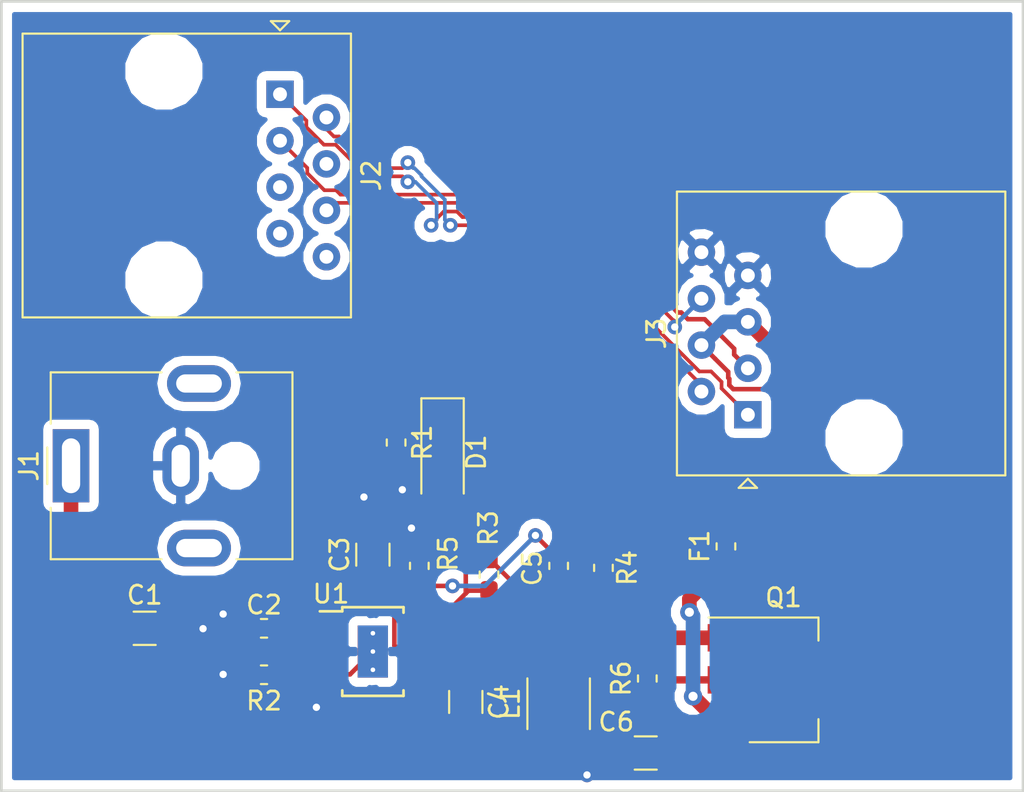
<source format=kicad_pcb>
(kicad_pcb (version 20171130) (host pcbnew 5.0.0-fee4fd1~66~ubuntu18.04.1)

  (general
    (thickness 1.6)
    (drawings 4)
    (tracks 190)
    (zones 0)
    (modules 20)
    (nets 24)
  )

  (page A4)
  (layers
    (0 F.Cu signal)
    (31 B.Cu signal)
    (32 B.Adhes user)
    (33 F.Adhes user)
    (34 B.Paste user)
    (35 F.Paste user)
    (36 B.SilkS user)
    (37 F.SilkS user)
    (38 B.Mask user)
    (39 F.Mask user)
    (40 Dwgs.User user)
    (41 Cmts.User user)
    (42 Eco1.User user)
    (43 Eco2.User user)
    (44 Edge.Cuts user)
    (45 Margin user)
    (46 B.CrtYd user)
    (47 F.CrtYd user)
    (48 B.Fab user)
    (49 F.Fab user)
  )

  (setup
    (last_trace_width 0.25)
    (user_trace_width 0.4)
    (user_trace_width 0.8)
    (trace_clearance 0.2)
    (zone_clearance 0.508)
    (zone_45_only no)
    (trace_min 0.2)
    (segment_width 0.2)
    (edge_width 0.15)
    (via_size 0.8)
    (via_drill 0.4)
    (via_min_size 0.4)
    (via_min_drill 0.3)
    (user_via 1 0.5)
    (uvia_size 0.3)
    (uvia_drill 0.1)
    (uvias_allowed no)
    (uvia_min_size 0.2)
    (uvia_min_drill 0.1)
    (pcb_text_width 0.3)
    (pcb_text_size 1.5 1.5)
    (mod_edge_width 0.15)
    (mod_text_size 1 1)
    (mod_text_width 0.15)
    (pad_size 1.524 1.524)
    (pad_drill 0.762)
    (pad_to_mask_clearance 0.2)
    (aux_axis_origin 0 0)
    (visible_elements FFFFFF7F)
    (pcbplotparams
      (layerselection 0x010fc_ffffffff)
      (usegerberextensions false)
      (usegerberattributes false)
      (usegerberadvancedattributes false)
      (creategerberjobfile false)
      (excludeedgelayer true)
      (linewidth 0.100000)
      (plotframeref false)
      (viasonmask false)
      (mode 1)
      (useauxorigin false)
      (hpglpennumber 1)
      (hpglpenspeed 20)
      (hpglpendiameter 15.000000)
      (psnegative false)
      (psa4output false)
      (plotreference true)
      (plotvalue true)
      (plotinvisibletext false)
      (padsonsilk false)
      (subtractmaskfromsilk false)
      (outputformat 1)
      (mirror false)
      (drillshape 1)
      (scaleselection 1)
      (outputdirectory ""))
  )

  (net 0 "")
  (net 1 GND)
  (net 2 "Net-(C1-Pad1)")
  (net 3 "Net-(C2-Pad1)")
  (net 4 "Net-(C3-Pad1)")
  (net 5 "Net-(C4-Pad1)")
  (net 6 "Net-(C4-Pad2)")
  (net 7 "Net-(C5-Pad2)")
  (net 8 "Net-(C5-Pad1)")
  (net 9 "Net-(C6-Pad1)")
  (net 10 "Net-(D1-Pad1)")
  (net 11 "Net-(D1-Pad2)")
  (net 12 "Net-(J2-Pad8)")
  (net 13 "Net-(J2-Pad7)")
  (net 14 "Net-(J2-Pad5)")
  (net 15 "Net-(J2-Pad4)")
  (net 16 "Net-(R2-Pad1)")
  (net 17 "Net-(U1-Pad1)")
  (net 18 /TX-)
  (net 19 /TX+)
  (net 20 /RX-)
  (net 21 /RX+)
  (net 22 "Net-(F1-Pad2)")
  (net 23 "Net-(F1-Pad1)")

  (net_class Default "This is the default net class."
    (clearance 0.2)
    (trace_width 0.25)
    (via_dia 0.8)
    (via_drill 0.4)
    (uvia_dia 0.3)
    (uvia_drill 0.1)
    (add_net /RX+)
    (add_net /RX-)
    (add_net /TX+)
    (add_net /TX-)
    (add_net GND)
    (add_net "Net-(C1-Pad1)")
    (add_net "Net-(C2-Pad1)")
    (add_net "Net-(C3-Pad1)")
    (add_net "Net-(C4-Pad1)")
    (add_net "Net-(C4-Pad2)")
    (add_net "Net-(C5-Pad1)")
    (add_net "Net-(C5-Pad2)")
    (add_net "Net-(C6-Pad1)")
    (add_net "Net-(D1-Pad1)")
    (add_net "Net-(D1-Pad2)")
    (add_net "Net-(F1-Pad1)")
    (add_net "Net-(F1-Pad2)")
    (add_net "Net-(J2-Pad4)")
    (add_net "Net-(J2-Pad5)")
    (add_net "Net-(J2-Pad7)")
    (add_net "Net-(J2-Pad8)")
    (add_net "Net-(R2-Pad1)")
    (add_net "Net-(U1-Pad1)")
  )

  (module Connector_RJ:RJ45_Amphenol_54602-x08_Horizontal (layer F.Cu) (tedit 5B103613) (tstamp 5B958EB2)
    (at 105.41 102.87 270)
    (descr "8 Pol Shallow Latch Connector, Modjack, RJ45 (https://cdn.amphenol-icc.com/media/wysiwyg/files/drawing/c-bmj-0102.pdf)")
    (tags RJ45)
    (path /5B93F0B5)
    (fp_text reference J2 (at 4.445 -5 270) (layer F.SilkS)
      (effects (font (size 1 1) (thickness 0.15)))
    )
    (fp_text value RJ45_LED_Shielded (at 4.445 4 270) (layer F.Fab)
      (effects (font (size 1 1) (thickness 0.15)))
    )
    (fp_line (start 12.6 14.47) (end -3.71 14.47) (layer F.CrtYd) (width 0.05))
    (fp_line (start 12.6 14.47) (end 12.6 -4.27) (layer F.CrtYd) (width 0.05))
    (fp_line (start -3.71 -4.27) (end -3.71 14.47) (layer F.CrtYd) (width 0.05))
    (fp_line (start -3.71 -4.27) (end 12.6 -4.27) (layer F.CrtYd) (width 0.05))
    (fp_line (start -3.315 -3.88) (end -3.315 14.08) (layer F.SilkS) (width 0.12))
    (fp_line (start 12.205 -3.88) (end -3.315 -3.88) (layer F.SilkS) (width 0.12))
    (fp_line (start 12.205 -3.88) (end 12.205 14.08) (layer F.SilkS) (width 0.12))
    (fp_line (start -3.315 14.08) (end 12.205 14.08) (layer F.SilkS) (width 0.12))
    (fp_line (start -3.205 -2.77) (end -2.205 -3.77) (layer F.Fab) (width 0.12))
    (fp_line (start -2.205 -3.77) (end 12.095 -3.77) (layer F.Fab) (width 0.12))
    (fp_line (start 12.095 -3.77) (end 12.095 13.97) (layer F.Fab) (width 0.12))
    (fp_line (start 12.095 13.97) (end -3.205 13.97) (layer F.Fab) (width 0.12))
    (fp_line (start -3.205 13.97) (end -3.205 -2.77) (layer F.Fab) (width 0.12))
    (fp_line (start -3.5 0) (end -4 -0.5) (layer F.SilkS) (width 0.12))
    (fp_line (start -4 -0.5) (end -4 0.5) (layer F.SilkS) (width 0.12))
    (fp_line (start -4 0.5) (end -3.5 0) (layer F.SilkS) (width 0.12))
    (fp_text user %R (at 4.445 2 270) (layer F.Fab)
      (effects (font (size 1 1) (thickness 0.15)))
    )
    (pad 8 thru_hole circle (at 8.89 -2.54 270) (size 1.5 1.5) (drill 0.76) (layers *.Cu *.Mask)
      (net 12 "Net-(J2-Pad8)"))
    (pad 7 thru_hole circle (at 7.62 0 270) (size 1.5 1.5) (drill 0.76) (layers *.Cu *.Mask)
      (net 13 "Net-(J2-Pad7)"))
    (pad 6 thru_hole circle (at 6.35 -2.54 270) (size 1.5 1.5) (drill 0.76) (layers *.Cu *.Mask)
      (net 18 /TX-))
    (pad 5 thru_hole circle (at 5.08 0 270) (size 1.5 1.5) (drill 0.76) (layers *.Cu *.Mask)
      (net 14 "Net-(J2-Pad5)"))
    (pad 4 thru_hole circle (at 3.81 -2.54 270) (size 1.5 1.5) (drill 0.76) (layers *.Cu *.Mask)
      (net 15 "Net-(J2-Pad4)"))
    (pad 3 thru_hole circle (at 2.54 0 270) (size 1.5 1.5) (drill 0.76) (layers *.Cu *.Mask)
      (net 19 /TX+))
    (pad 2 thru_hole circle (at 1.27 -2.54 270) (size 1.5 1.5) (drill 0.76) (layers *.Cu *.Mask)
      (net 20 /RX-))
    (pad 1 thru_hole rect (at 0 0 270) (size 1.5 1.5) (drill 0.76) (layers *.Cu *.Mask)
      (net 21 /RX+))
    (pad "" np_thru_hole circle (at -1.27 6.35 270) (size 3.2 3.2) (drill 3.2) (layers *.Cu *.Mask))
    (pad "" np_thru_hole circle (at 10.16 6.35 270) (size 3.2 3.2) (drill 3.2) (layers *.Cu *.Mask))
    (model ${KISYS3DMOD}/Connector_RJ.3dshapes/RJ45_Amphenol_54602-x08_Horizontal.wrl
      (at (xyz 0 0 0))
      (scale (xyz 1 1 1))
      (rotate (xyz 0 0 0))
    )
  )

  (module Capacitor_SMD:C_1206_3216Metric_Pad1.42x1.75mm_HandSolder (layer F.Cu) (tedit 5B301BBE) (tstamp 5B958E0E)
    (at 98.0075 132.08)
    (descr "Capacitor SMD 1206 (3216 Metric), square (rectangular) end terminal, IPC_7351 nominal with elongated pad for handsoldering. (Body size source: http://www.tortai-tech.com/upload/download/2011102023233369053.pdf), generated with kicad-footprint-generator")
    (tags "capacitor handsolder")
    (path /5B94235C)
    (attr smd)
    (fp_text reference C1 (at 0 -1.82) (layer F.SilkS)
      (effects (font (size 1 1) (thickness 0.15)))
    )
    (fp_text value 4.7uF (at 0 1.82) (layer F.Fab)
      (effects (font (size 1 1) (thickness 0.15)))
    )
    (fp_text user %R (at 0 0) (layer F.Fab)
      (effects (font (size 0.8 0.8) (thickness 0.12)))
    )
    (fp_line (start 2.45 1.12) (end -2.45 1.12) (layer F.CrtYd) (width 0.05))
    (fp_line (start 2.45 -1.12) (end 2.45 1.12) (layer F.CrtYd) (width 0.05))
    (fp_line (start -2.45 -1.12) (end 2.45 -1.12) (layer F.CrtYd) (width 0.05))
    (fp_line (start -2.45 1.12) (end -2.45 -1.12) (layer F.CrtYd) (width 0.05))
    (fp_line (start -0.602064 0.91) (end 0.602064 0.91) (layer F.SilkS) (width 0.12))
    (fp_line (start -0.602064 -0.91) (end 0.602064 -0.91) (layer F.SilkS) (width 0.12))
    (fp_line (start 1.6 0.8) (end -1.6 0.8) (layer F.Fab) (width 0.1))
    (fp_line (start 1.6 -0.8) (end 1.6 0.8) (layer F.Fab) (width 0.1))
    (fp_line (start -1.6 -0.8) (end 1.6 -0.8) (layer F.Fab) (width 0.1))
    (fp_line (start -1.6 0.8) (end -1.6 -0.8) (layer F.Fab) (width 0.1))
    (pad 2 smd roundrect (at 1.4875 0) (size 1.425 1.75) (layers F.Cu F.Paste F.Mask) (roundrect_rratio 0.175439)
      (net 1 GND))
    (pad 1 smd roundrect (at -1.4875 0) (size 1.425 1.75) (layers F.Cu F.Paste F.Mask) (roundrect_rratio 0.175439)
      (net 2 "Net-(C1-Pad1)"))
    (model ${KISYS3DMOD}/Capacitor_SMD.3dshapes/C_1206_3216Metric.wrl
      (at (xyz 0 0 0))
      (scale (xyz 1 1 1))
      (rotate (xyz 0 0 0))
    )
  )

  (module Capacitor_SMD:C_0603_1608Metric_Pad1.05x0.95mm_HandSolder (layer F.Cu) (tedit 5B301BBE) (tstamp 5B958E1F)
    (at 104.535 132.08 180)
    (descr "Capacitor SMD 0603 (1608 Metric), square (rectangular) end terminal, IPC_7351 nominal with elongated pad for handsoldering. (Body size source: http://www.tortai-tech.com/upload/download/2011102023233369053.pdf), generated with kicad-footprint-generator")
    (tags "capacitor handsolder")
    (path /5B94C6CF)
    (attr smd)
    (fp_text reference C2 (at 0 1.28 180) (layer F.SilkS)
      (effects (font (size 1 1) (thickness 0.15)))
    )
    (fp_text value 10nF (at 0 1.43 180) (layer F.Fab)
      (effects (font (size 1 1) (thickness 0.15)))
    )
    (fp_line (start -0.8 0.4) (end -0.8 -0.4) (layer F.Fab) (width 0.1))
    (fp_line (start -0.8 -0.4) (end 0.8 -0.4) (layer F.Fab) (width 0.1))
    (fp_line (start 0.8 -0.4) (end 0.8 0.4) (layer F.Fab) (width 0.1))
    (fp_line (start 0.8 0.4) (end -0.8 0.4) (layer F.Fab) (width 0.1))
    (fp_line (start -0.171267 -0.51) (end 0.171267 -0.51) (layer F.SilkS) (width 0.12))
    (fp_line (start -0.171267 0.51) (end 0.171267 0.51) (layer F.SilkS) (width 0.12))
    (fp_line (start -1.65 0.73) (end -1.65 -0.73) (layer F.CrtYd) (width 0.05))
    (fp_line (start -1.65 -0.73) (end 1.65 -0.73) (layer F.CrtYd) (width 0.05))
    (fp_line (start 1.65 -0.73) (end 1.65 0.73) (layer F.CrtYd) (width 0.05))
    (fp_line (start 1.65 0.73) (end -1.65 0.73) (layer F.CrtYd) (width 0.05))
    (fp_text user %R (at 0 0 180) (layer F.Fab)
      (effects (font (size 0.4 0.4) (thickness 0.06)))
    )
    (pad 1 smd roundrect (at -0.875 0 180) (size 1.05 0.95) (layers F.Cu F.Paste F.Mask) (roundrect_rratio 0.25)
      (net 3 "Net-(C2-Pad1)"))
    (pad 2 smd roundrect (at 0.875 0 180) (size 1.05 0.95) (layers F.Cu F.Paste F.Mask) (roundrect_rratio 0.25)
      (net 1 GND))
    (model ${KISYS3DMOD}/Capacitor_SMD.3dshapes/C_0603_1608Metric.wrl
      (at (xyz 0 0 0))
      (scale (xyz 1 1 1))
      (rotate (xyz 0 0 0))
    )
  )

  (module Capacitor_SMD:C_1206_3216Metric_Pad1.42x1.75mm_HandSolder (layer F.Cu) (tedit 5B301BBE) (tstamp 5B958E30)
    (at 110.49 128.0525 90)
    (descr "Capacitor SMD 1206 (3216 Metric), square (rectangular) end terminal, IPC_7351 nominal with elongated pad for handsoldering. (Body size source: http://www.tortai-tech.com/upload/download/2011102023233369053.pdf), generated with kicad-footprint-generator")
    (tags "capacitor handsolder")
    (path /5B94D08B)
    (attr smd)
    (fp_text reference C3 (at 0 -1.82 90) (layer F.SilkS)
      (effects (font (size 1 1) (thickness 0.15)))
    )
    (fp_text value 1uF (at 0 1.82 90) (layer F.Fab)
      (effects (font (size 1 1) (thickness 0.15)))
    )
    (fp_line (start -1.6 0.8) (end -1.6 -0.8) (layer F.Fab) (width 0.1))
    (fp_line (start -1.6 -0.8) (end 1.6 -0.8) (layer F.Fab) (width 0.1))
    (fp_line (start 1.6 -0.8) (end 1.6 0.8) (layer F.Fab) (width 0.1))
    (fp_line (start 1.6 0.8) (end -1.6 0.8) (layer F.Fab) (width 0.1))
    (fp_line (start -0.602064 -0.91) (end 0.602064 -0.91) (layer F.SilkS) (width 0.12))
    (fp_line (start -0.602064 0.91) (end 0.602064 0.91) (layer F.SilkS) (width 0.12))
    (fp_line (start -2.45 1.12) (end -2.45 -1.12) (layer F.CrtYd) (width 0.05))
    (fp_line (start -2.45 -1.12) (end 2.45 -1.12) (layer F.CrtYd) (width 0.05))
    (fp_line (start 2.45 -1.12) (end 2.45 1.12) (layer F.CrtYd) (width 0.05))
    (fp_line (start 2.45 1.12) (end -2.45 1.12) (layer F.CrtYd) (width 0.05))
    (fp_text user %R (at 0 0 90) (layer F.Fab)
      (effects (font (size 0.8 0.8) (thickness 0.12)))
    )
    (pad 1 smd roundrect (at -1.4875 0 90) (size 1.425 1.75) (layers F.Cu F.Paste F.Mask) (roundrect_rratio 0.175439)
      (net 4 "Net-(C3-Pad1)"))
    (pad 2 smd roundrect (at 1.4875 0 90) (size 1.425 1.75) (layers F.Cu F.Paste F.Mask) (roundrect_rratio 0.175439)
      (net 1 GND))
    (model ${KISYS3DMOD}/Capacitor_SMD.3dshapes/C_1206_3216Metric.wrl
      (at (xyz 0 0 0))
      (scale (xyz 1 1 1))
      (rotate (xyz 0 0 0))
    )
  )

  (module Capacitor_SMD:C_1206_3216Metric_Pad1.42x1.75mm_HandSolder (layer F.Cu) (tedit 5B301BBE) (tstamp 5B958E41)
    (at 115.57 136.1075 270)
    (descr "Capacitor SMD 1206 (3216 Metric), square (rectangular) end terminal, IPC_7351 nominal with elongated pad for handsoldering. (Body size source: http://www.tortai-tech.com/upload/download/2011102023233369053.pdf), generated with kicad-footprint-generator")
    (tags "capacitor handsolder")
    (path /5B943244)
    (attr smd)
    (fp_text reference C4 (at 0 -1.82 270) (layer F.SilkS)
      (effects (font (size 1 1) (thickness 0.15)))
    )
    (fp_text value .1uF (at 0 1.82 270) (layer F.Fab)
      (effects (font (size 1 1) (thickness 0.15)))
    )
    (fp_line (start -1.6 0.8) (end -1.6 -0.8) (layer F.Fab) (width 0.1))
    (fp_line (start -1.6 -0.8) (end 1.6 -0.8) (layer F.Fab) (width 0.1))
    (fp_line (start 1.6 -0.8) (end 1.6 0.8) (layer F.Fab) (width 0.1))
    (fp_line (start 1.6 0.8) (end -1.6 0.8) (layer F.Fab) (width 0.1))
    (fp_line (start -0.602064 -0.91) (end 0.602064 -0.91) (layer F.SilkS) (width 0.12))
    (fp_line (start -0.602064 0.91) (end 0.602064 0.91) (layer F.SilkS) (width 0.12))
    (fp_line (start -2.45 1.12) (end -2.45 -1.12) (layer F.CrtYd) (width 0.05))
    (fp_line (start -2.45 -1.12) (end 2.45 -1.12) (layer F.CrtYd) (width 0.05))
    (fp_line (start 2.45 -1.12) (end 2.45 1.12) (layer F.CrtYd) (width 0.05))
    (fp_line (start 2.45 1.12) (end -2.45 1.12) (layer F.CrtYd) (width 0.05))
    (fp_text user %R (at 0 0 270) (layer F.Fab)
      (effects (font (size 0.8 0.8) (thickness 0.12)))
    )
    (pad 1 smd roundrect (at -1.4875 0 270) (size 1.425 1.75) (layers F.Cu F.Paste F.Mask) (roundrect_rratio 0.175439)
      (net 5 "Net-(C4-Pad1)"))
    (pad 2 smd roundrect (at 1.4875 0 270) (size 1.425 1.75) (layers F.Cu F.Paste F.Mask) (roundrect_rratio 0.175439)
      (net 6 "Net-(C4-Pad2)"))
    (model ${KISYS3DMOD}/Capacitor_SMD.3dshapes/C_1206_3216Metric.wrl
      (at (xyz 0 0 0))
      (scale (xyz 1 1 1))
      (rotate (xyz 0 0 0))
    )
  )

  (module Capacitor_SMD:C_0603_1608Metric_Pad1.05x0.95mm_HandSolder (layer F.Cu) (tedit 5B301BBE) (tstamp 5B958E52)
    (at 120.65 128.665 270)
    (descr "Capacitor SMD 0603 (1608 Metric), square (rectangular) end terminal, IPC_7351 nominal with elongated pad for handsoldering. (Body size source: http://www.tortai-tech.com/upload/download/2011102023233369053.pdf), generated with kicad-footprint-generator")
    (tags "capacitor handsolder")
    (path /5B94FC2F)
    (attr smd)
    (fp_text reference C5 (at 0.135 1.45 270) (layer F.SilkS)
      (effects (font (size 1 1) (thickness 0.15)))
    )
    (fp_text value 10pF (at 0 1.43 270) (layer F.Fab)
      (effects (font (size 1 1) (thickness 0.15)))
    )
    (fp_text user %R (at 0 0 270) (layer F.Fab)
      (effects (font (size 0.4 0.4) (thickness 0.06)))
    )
    (fp_line (start 1.65 0.73) (end -1.65 0.73) (layer F.CrtYd) (width 0.05))
    (fp_line (start 1.65 -0.73) (end 1.65 0.73) (layer F.CrtYd) (width 0.05))
    (fp_line (start -1.65 -0.73) (end 1.65 -0.73) (layer F.CrtYd) (width 0.05))
    (fp_line (start -1.65 0.73) (end -1.65 -0.73) (layer F.CrtYd) (width 0.05))
    (fp_line (start -0.171267 0.51) (end 0.171267 0.51) (layer F.SilkS) (width 0.12))
    (fp_line (start -0.171267 -0.51) (end 0.171267 -0.51) (layer F.SilkS) (width 0.12))
    (fp_line (start 0.8 0.4) (end -0.8 0.4) (layer F.Fab) (width 0.1))
    (fp_line (start 0.8 -0.4) (end 0.8 0.4) (layer F.Fab) (width 0.1))
    (fp_line (start -0.8 -0.4) (end 0.8 -0.4) (layer F.Fab) (width 0.1))
    (fp_line (start -0.8 0.4) (end -0.8 -0.4) (layer F.Fab) (width 0.1))
    (pad 2 smd roundrect (at 0.875 0 270) (size 1.05 0.95) (layers F.Cu F.Paste F.Mask) (roundrect_rratio 0.25)
      (net 7 "Net-(C5-Pad2)"))
    (pad 1 smd roundrect (at -0.875 0 270) (size 1.05 0.95) (layers F.Cu F.Paste F.Mask) (roundrect_rratio 0.25)
      (net 8 "Net-(C5-Pad1)"))
    (model ${KISYS3DMOD}/Capacitor_SMD.3dshapes/C_0603_1608Metric.wrl
      (at (xyz 0 0 0))
      (scale (xyz 1 1 1))
      (rotate (xyz 0 0 0))
    )
  )

  (module Capacitor_SMD:C_1206_3216Metric_Pad1.42x1.75mm_HandSolder (layer F.Cu) (tedit 5B301BBE) (tstamp 5B958E63)
    (at 125.4125 138.9 180)
    (descr "Capacitor SMD 1206 (3216 Metric), square (rectangular) end terminal, IPC_7351 nominal with elongated pad for handsoldering. (Body size source: http://www.tortai-tech.com/upload/download/2011102023233369053.pdf), generated with kicad-footprint-generator")
    (tags "capacitor handsolder")
    (path /5B965C5A)
    (attr smd)
    (fp_text reference C6 (at 1.6125 1.7 180) (layer F.SilkS)
      (effects (font (size 1 1) (thickness 0.15)))
    )
    (fp_text value 4.7uF (at 0 1.82 180) (layer F.Fab)
      (effects (font (size 1 1) (thickness 0.15)))
    )
    (fp_text user %R (at 0 0 180) (layer F.Fab)
      (effects (font (size 0.8 0.8) (thickness 0.12)))
    )
    (fp_line (start 2.45 1.12) (end -2.45 1.12) (layer F.CrtYd) (width 0.05))
    (fp_line (start 2.45 -1.12) (end 2.45 1.12) (layer F.CrtYd) (width 0.05))
    (fp_line (start -2.45 -1.12) (end 2.45 -1.12) (layer F.CrtYd) (width 0.05))
    (fp_line (start -2.45 1.12) (end -2.45 -1.12) (layer F.CrtYd) (width 0.05))
    (fp_line (start -0.602064 0.91) (end 0.602064 0.91) (layer F.SilkS) (width 0.12))
    (fp_line (start -0.602064 -0.91) (end 0.602064 -0.91) (layer F.SilkS) (width 0.12))
    (fp_line (start 1.6 0.8) (end -1.6 0.8) (layer F.Fab) (width 0.1))
    (fp_line (start 1.6 -0.8) (end 1.6 0.8) (layer F.Fab) (width 0.1))
    (fp_line (start -1.6 -0.8) (end 1.6 -0.8) (layer F.Fab) (width 0.1))
    (fp_line (start -1.6 0.8) (end -1.6 -0.8) (layer F.Fab) (width 0.1))
    (pad 2 smd roundrect (at 1.4875 0 180) (size 1.425 1.75) (layers F.Cu F.Paste F.Mask) (roundrect_rratio 0.175439)
      (net 1 GND))
    (pad 1 smd roundrect (at -1.4875 0 180) (size 1.425 1.75) (layers F.Cu F.Paste F.Mask) (roundrect_rratio 0.175439)
      (net 9 "Net-(C6-Pad1)"))
    (model ${KISYS3DMOD}/Capacitor_SMD.3dshapes/C_1206_3216Metric.wrl
      (at (xyz 0 0 0))
      (scale (xyz 1 1 1))
      (rotate (xyz 0 0 0))
    )
  )

  (module Diode_SMD:D_1806_4516Metric (layer F.Cu) (tedit 5B301BBE) (tstamp 5B958E76)
    (at 114.3 122.46 270)
    (descr "Diode SMD 1806 (4516 Metric), square (rectangular) end terminal, IPC_7351 nominal, (Body size source: https://www.modelithics.com/models/Vendor/MuRata/BLM41P.pdf), generated with kicad-footprint-generator")
    (tags diode)
    (path /5B94B52B)
    (attr smd)
    (fp_text reference D1 (at 0 -1.85 270) (layer F.SilkS)
      (effects (font (size 1 1) (thickness 0.15)))
    )
    (fp_text value LED (at 0 1.85 270) (layer F.Fab)
      (effects (font (size 1 1) (thickness 0.15)))
    )
    (fp_line (start 2.25 -0.8) (end -1.85 -0.8) (layer F.Fab) (width 0.1))
    (fp_line (start -1.85 -0.8) (end -2.25 -0.4) (layer F.Fab) (width 0.1))
    (fp_line (start -2.25 -0.4) (end -2.25 0.8) (layer F.Fab) (width 0.1))
    (fp_line (start -2.25 0.8) (end 2.25 0.8) (layer F.Fab) (width 0.1))
    (fp_line (start 2.25 0.8) (end 2.25 -0.8) (layer F.Fab) (width 0.1))
    (fp_line (start 2.25 -1.16) (end -2.96 -1.16) (layer F.SilkS) (width 0.12))
    (fp_line (start -2.96 -1.16) (end -2.96 1.16) (layer F.SilkS) (width 0.12))
    (fp_line (start -2.96 1.16) (end 2.25 1.16) (layer F.SilkS) (width 0.12))
    (fp_line (start -2.95 1.15) (end -2.95 -1.15) (layer F.CrtYd) (width 0.05))
    (fp_line (start -2.95 -1.15) (end 2.95 -1.15) (layer F.CrtYd) (width 0.05))
    (fp_line (start 2.95 -1.15) (end 2.95 1.15) (layer F.CrtYd) (width 0.05))
    (fp_line (start 2.95 1.15) (end -2.95 1.15) (layer F.CrtYd) (width 0.05))
    (fp_text user %R (at 0 0 270) (layer F.Fab)
      (effects (font (size 1 1) (thickness 0.15)))
    )
    (pad 1 smd roundrect (at -2 0 270) (size 1.4 1.8) (layers F.Cu F.Paste F.Mask) (roundrect_rratio 0.178571)
      (net 10 "Net-(D1-Pad1)"))
    (pad 2 smd roundrect (at 2 0 270) (size 1.4 1.8) (layers F.Cu F.Paste F.Mask) (roundrect_rratio 0.178571)
      (net 11 "Net-(D1-Pad2)"))
    (model ${KISYS3DMOD}/Diode_SMD.3dshapes/D_1806_4516Metric.wrl
      (at (xyz 0 0 0))
      (scale (xyz 1 1 1))
      (rotate (xyz 0 0 0))
    )
  )

  (module Connector_BarrelJack:BarrelJack_CUI_PJ-063AH_Horizontal (layer F.Cu) (tedit 5B0886BD) (tstamp 5B958E93)
    (at 93.98 123.19 90)
    (descr "Barrel Jack, 2.0mm ID, 5.5mm OD, 24V, 8A, no switch, https://www.cui.com/product/resource/pj-063ah.pdf")
    (tags "barrel jack cui dc power")
    (path /5B93F52F)
    (fp_text reference J1 (at 0 -2.3 90) (layer F.SilkS)
      (effects (font (size 1 1) (thickness 0.15)))
    )
    (fp_text value Jack-DC (at 0 13 90) (layer F.Fab)
      (effects (font (size 1 1) (thickness 0.15)))
    )
    (fp_line (start -5 -1) (end -1 -1) (layer F.Fab) (width 0.1))
    (fp_line (start -1 -1) (end 0 0) (layer F.Fab) (width 0.1))
    (fp_line (start 0 0) (end 1 -1) (layer F.Fab) (width 0.1))
    (fp_line (start 1 -1) (end 5 -1) (layer F.Fab) (width 0.1))
    (fp_line (start 5 -1) (end 5 12) (layer F.Fab) (width 0.1))
    (fp_line (start 5 12) (end -5 12) (layer F.Fab) (width 0.1))
    (fp_line (start -5 12) (end -5 -1) (layer F.Fab) (width 0.1))
    (fp_line (start -5.11 4.95) (end -5.11 -1.11) (layer F.SilkS) (width 0.12))
    (fp_line (start -5.11 -1.11) (end -2.3 -1.11) (layer F.SilkS) (width 0.12))
    (fp_line (start 2.3 -1.11) (end 5.11 -1.11) (layer F.SilkS) (width 0.12))
    (fp_line (start 5.11 -1.11) (end 5.11 4.95) (layer F.SilkS) (width 0.12))
    (fp_line (start 5.11 9.05) (end 5.11 12.11) (layer F.SilkS) (width 0.12))
    (fp_line (start 5.11 12.11) (end -5.11 12.11) (layer F.SilkS) (width 0.12))
    (fp_line (start -5.11 12.11) (end -5.11 9.05) (layer F.SilkS) (width 0.12))
    (fp_line (start -1 -1.3) (end 1 -1.3) (layer F.SilkS) (width 0.12))
    (fp_line (start -6 -1.5) (end -6 12.5) (layer F.CrtYd) (width 0.05))
    (fp_line (start -6 12.5) (end 6 12.5) (layer F.CrtYd) (width 0.05))
    (fp_line (start 6 12.5) (end 6 -1.5) (layer F.CrtYd) (width 0.05))
    (fp_line (start 6 -1.5) (end -6 -1.5) (layer F.CrtYd) (width 0.05))
    (fp_text user %R (at 0 5.5 90) (layer F.Fab)
      (effects (font (size 1 1) (thickness 0.15)))
    )
    (pad 1 thru_hole rect (at 0 0 90) (size 4 2) (drill oval 3 1) (layers *.Cu *.Mask)
      (net 2 "Net-(C1-Pad1)"))
    (pad 2 thru_hole oval (at 0 6 90) (size 3.3 2) (drill oval 2.3 1) (layers *.Cu *.Mask)
      (net 1 GND))
    (pad MP thru_hole oval (at -4.5 7 90) (size 2 3.5) (drill oval 1 2.5) (layers *.Cu *.Mask))
    (pad MP thru_hole oval (at 4.5 7 90) (size 2 3.5) (drill oval 1 2.5) (layers *.Cu *.Mask))
    (pad "" np_thru_hole circle (at 0 9 90) (size 1.6 1.6) (drill 1.6) (layers *.Cu *.Mask))
    (model ${KISYS3DMOD}/Connector_BarrelJack.3dshapes/BarrelJack_CUI_PJ-063AH_Horizontal.wrl
      (at (xyz 0 0 0))
      (scale (xyz 1 1 1))
      (rotate (xyz 0 0 0))
    )
  )

  (module Connector_RJ:RJ45_Amphenol_54602-x08_Horizontal (layer F.Cu) (tedit 5B103613) (tstamp 5B958ED1)
    (at 131 120.4 90)
    (descr "8 Pol Shallow Latch Connector, Modjack, RJ45 (https://cdn.amphenol-icc.com/media/wysiwyg/files/drawing/c-bmj-0102.pdf)")
    (tags RJ45)
    (path /5B93F1D7)
    (fp_text reference J3 (at 4.445 -5 90) (layer F.SilkS)
      (effects (font (size 1 1) (thickness 0.15)))
    )
    (fp_text value RJ45_LED_Shielded (at 4.445 4 90) (layer F.Fab)
      (effects (font (size 1 1) (thickness 0.15)))
    )
    (fp_text user %R (at 4.445 2 90) (layer F.Fab)
      (effects (font (size 1 1) (thickness 0.15)))
    )
    (fp_line (start -4 0.5) (end -3.5 0) (layer F.SilkS) (width 0.12))
    (fp_line (start -4 -0.5) (end -4 0.5) (layer F.SilkS) (width 0.12))
    (fp_line (start -3.5 0) (end -4 -0.5) (layer F.SilkS) (width 0.12))
    (fp_line (start -3.205 13.97) (end -3.205 -2.77) (layer F.Fab) (width 0.12))
    (fp_line (start 12.095 13.97) (end -3.205 13.97) (layer F.Fab) (width 0.12))
    (fp_line (start 12.095 -3.77) (end 12.095 13.97) (layer F.Fab) (width 0.12))
    (fp_line (start -2.205 -3.77) (end 12.095 -3.77) (layer F.Fab) (width 0.12))
    (fp_line (start -3.205 -2.77) (end -2.205 -3.77) (layer F.Fab) (width 0.12))
    (fp_line (start -3.315 14.08) (end 12.205 14.08) (layer F.SilkS) (width 0.12))
    (fp_line (start 12.205 -3.88) (end 12.205 14.08) (layer F.SilkS) (width 0.12))
    (fp_line (start 12.205 -3.88) (end -3.315 -3.88) (layer F.SilkS) (width 0.12))
    (fp_line (start -3.315 -3.88) (end -3.315 14.08) (layer F.SilkS) (width 0.12))
    (fp_line (start -3.71 -4.27) (end 12.6 -4.27) (layer F.CrtYd) (width 0.05))
    (fp_line (start -3.71 -4.27) (end -3.71 14.47) (layer F.CrtYd) (width 0.05))
    (fp_line (start 12.6 14.47) (end 12.6 -4.27) (layer F.CrtYd) (width 0.05))
    (fp_line (start 12.6 14.47) (end -3.71 14.47) (layer F.CrtYd) (width 0.05))
    (pad "" np_thru_hole circle (at 10.16 6.35 90) (size 3.2 3.2) (drill 3.2) (layers *.Cu *.Mask))
    (pad "" np_thru_hole circle (at -1.27 6.35 90) (size 3.2 3.2) (drill 3.2) (layers *.Cu *.Mask))
    (pad 1 thru_hole rect (at 0 0 90) (size 1.5 1.5) (drill 0.76) (layers *.Cu *.Mask)
      (net 21 /RX+))
    (pad 2 thru_hole circle (at 1.27 -2.54 90) (size 1.5 1.5) (drill 0.76) (layers *.Cu *.Mask)
      (net 20 /RX-))
    (pad 3 thru_hole circle (at 2.54 0 90) (size 1.5 1.5) (drill 0.76) (layers *.Cu *.Mask)
      (net 19 /TX+))
    (pad 4 thru_hole circle (at 3.81 -2.54 90) (size 1.5 1.5) (drill 0.76) (layers *.Cu *.Mask)
      (net 22 "Net-(F1-Pad2)"))
    (pad 5 thru_hole circle (at 5.08 0 90) (size 1.5 1.5) (drill 0.76) (layers *.Cu *.Mask)
      (net 22 "Net-(F1-Pad2)"))
    (pad 6 thru_hole circle (at 6.35 -2.54 90) (size 1.5 1.5) (drill 0.76) (layers *.Cu *.Mask)
      (net 18 /TX-))
    (pad 7 thru_hole circle (at 7.62 0 90) (size 1.5 1.5) (drill 0.76) (layers *.Cu *.Mask)
      (net 1 GND))
    (pad 8 thru_hole circle (at 8.89 -2.54 90) (size 1.5 1.5) (drill 0.76) (layers *.Cu *.Mask)
      (net 1 GND))
    (model ${KISYS3DMOD}/Connector_RJ.3dshapes/RJ45_Amphenol_54602-x08_Horizontal.wrl
      (at (xyz 0 0 0))
      (scale (xyz 1 1 1))
      (rotate (xyz 0 0 0))
    )
  )

  (module Inductor_SMD:L_1812_4532Metric_Pad1.30x3.40mm_HandSolder (layer F.Cu) (tedit 5B301BBE) (tstamp 5B958EE2)
    (at 120.65 136.205 90)
    (descr "Capacitor SMD 1812 (4532 Metric), square (rectangular) end terminal, IPC_7351 nominal with elongated pad for handsoldering. (Body size source: https://www.nikhef.nl/pub/departments/mt/projects/detectorR_D/dtddice/ERJ2G.pdf), generated with kicad-footprint-generator")
    (tags "inductor handsolder")
    (path /5B9437F7)
    (attr smd)
    (fp_text reference L1 (at 0 -2.65 90) (layer F.SilkS)
      (effects (font (size 1 1) (thickness 0.15)))
    )
    (fp_text value 22uH (at 0 2.65 90) (layer F.Fab)
      (effects (font (size 1 1) (thickness 0.15)))
    )
    (fp_line (start -2.25 1.6) (end -2.25 -1.6) (layer F.Fab) (width 0.1))
    (fp_line (start -2.25 -1.6) (end 2.25 -1.6) (layer F.Fab) (width 0.1))
    (fp_line (start 2.25 -1.6) (end 2.25 1.6) (layer F.Fab) (width 0.1))
    (fp_line (start 2.25 1.6) (end -2.25 1.6) (layer F.Fab) (width 0.1))
    (fp_line (start -1.386252 -1.71) (end 1.386252 -1.71) (layer F.SilkS) (width 0.12))
    (fp_line (start -1.386252 1.71) (end 1.386252 1.71) (layer F.SilkS) (width 0.12))
    (fp_line (start -3.12 1.95) (end -3.12 -1.95) (layer F.CrtYd) (width 0.05))
    (fp_line (start -3.12 -1.95) (end 3.12 -1.95) (layer F.CrtYd) (width 0.05))
    (fp_line (start 3.12 -1.95) (end 3.12 1.95) (layer F.CrtYd) (width 0.05))
    (fp_line (start 3.12 1.95) (end -3.12 1.95) (layer F.CrtYd) (width 0.05))
    (fp_text user %R (at 0 0 90) (layer F.Fab)
      (effects (font (size 1 1) (thickness 0.15)))
    )
    (pad 1 smd roundrect (at -2.225 0 90) (size 1.3 3.4) (layers F.Cu F.Paste F.Mask) (roundrect_rratio 0.192308)
      (net 6 "Net-(C4-Pad2)"))
    (pad 2 smd roundrect (at 2.225 0 90) (size 1.3 3.4) (layers F.Cu F.Paste F.Mask) (roundrect_rratio 0.192308)
      (net 7 "Net-(C5-Pad2)"))
    (model ${KISYS3DMOD}/Inductor_SMD.3dshapes/L_1812_4532Metric.wrl
      (at (xyz 0 0 0))
      (scale (xyz 1 1 1))
      (rotate (xyz 0 0 0))
    )
  )

  (module Package_TO_SOT_SMD:SOT-223 (layer F.Cu) (tedit 5A02FF57) (tstamp 5B958EF8)
    (at 132.95 134.9)
    (descr "module CMS SOT223 4 pins")
    (tags "CMS SOT")
    (path /5B96A7AF)
    (attr smd)
    (fp_text reference Q1 (at 0 -4.5) (layer F.SilkS)
      (effects (font (size 1 1) (thickness 0.15)))
    )
    (fp_text value Q_NMOS_DGS (at 0 4.5) (layer F.Fab)
      (effects (font (size 1 1) (thickness 0.15)))
    )
    (fp_text user %R (at 0 0 90) (layer F.Fab)
      (effects (font (size 0.8 0.8) (thickness 0.12)))
    )
    (fp_line (start -1.85 -2.3) (end -0.8 -3.35) (layer F.Fab) (width 0.1))
    (fp_line (start 1.91 3.41) (end 1.91 2.15) (layer F.SilkS) (width 0.12))
    (fp_line (start 1.91 -3.41) (end 1.91 -2.15) (layer F.SilkS) (width 0.12))
    (fp_line (start 4.4 -3.6) (end -4.4 -3.6) (layer F.CrtYd) (width 0.05))
    (fp_line (start 4.4 3.6) (end 4.4 -3.6) (layer F.CrtYd) (width 0.05))
    (fp_line (start -4.4 3.6) (end 4.4 3.6) (layer F.CrtYd) (width 0.05))
    (fp_line (start -4.4 -3.6) (end -4.4 3.6) (layer F.CrtYd) (width 0.05))
    (fp_line (start -1.85 -2.3) (end -1.85 3.35) (layer F.Fab) (width 0.1))
    (fp_line (start -1.85 3.41) (end 1.91 3.41) (layer F.SilkS) (width 0.12))
    (fp_line (start -0.8 -3.35) (end 1.85 -3.35) (layer F.Fab) (width 0.1))
    (fp_line (start -4.1 -3.41) (end 1.91 -3.41) (layer F.SilkS) (width 0.12))
    (fp_line (start -1.85 3.35) (end 1.85 3.35) (layer F.Fab) (width 0.1))
    (fp_line (start 1.85 -3.35) (end 1.85 3.35) (layer F.Fab) (width 0.1))
    (pad 4 smd rect (at 3.15 0) (size 2 3.8) (layers F.Cu F.Paste F.Mask))
    (pad 2 smd rect (at -3.15 0) (size 2 1.5) (layers F.Cu F.Paste F.Mask)
      (net 9 "Net-(C6-Pad1)"))
    (pad 3 smd rect (at -3.15 2.3) (size 2 1.5) (layers F.Cu F.Paste F.Mask)
      (net 23 "Net-(F1-Pad1)"))
    (pad 1 smd rect (at -3.15 -2.3) (size 2 1.5) (layers F.Cu F.Paste F.Mask)
      (net 7 "Net-(C5-Pad2)"))
    (model ${KISYS3DMOD}/Package_TO_SOT_SMD.3dshapes/SOT-223.wrl
      (at (xyz 0 0 0))
      (scale (xyz 1 1 1))
      (rotate (xyz 0 0 0))
    )
  )

  (module Resistor_SMD:R_0603_1608Metric_Pad1.05x0.95mm_HandSolder (layer F.Cu) (tedit 5B301BBD) (tstamp 5B958F09)
    (at 111.76 121.92 270)
    (descr "Resistor SMD 0603 (1608 Metric), square (rectangular) end terminal, IPC_7351 nominal with elongated pad for handsoldering. (Body size source: http://www.tortai-tech.com/upload/download/2011102023233369053.pdf), generated with kicad-footprint-generator")
    (tags "resistor handsolder")
    (path /5B94B661)
    (attr smd)
    (fp_text reference R1 (at 0 -1.43 270) (layer F.SilkS)
      (effects (font (size 1 1) (thickness 0.15)))
    )
    (fp_text value 10k (at 0 1.43 270) (layer F.Fab)
      (effects (font (size 1 1) (thickness 0.15)))
    )
    (fp_text user %R (at 0 0 270) (layer F.Fab)
      (effects (font (size 0.4 0.4) (thickness 0.06)))
    )
    (fp_line (start 1.65 0.73) (end -1.65 0.73) (layer F.CrtYd) (width 0.05))
    (fp_line (start 1.65 -0.73) (end 1.65 0.73) (layer F.CrtYd) (width 0.05))
    (fp_line (start -1.65 -0.73) (end 1.65 -0.73) (layer F.CrtYd) (width 0.05))
    (fp_line (start -1.65 0.73) (end -1.65 -0.73) (layer F.CrtYd) (width 0.05))
    (fp_line (start -0.171267 0.51) (end 0.171267 0.51) (layer F.SilkS) (width 0.12))
    (fp_line (start -0.171267 -0.51) (end 0.171267 -0.51) (layer F.SilkS) (width 0.12))
    (fp_line (start 0.8 0.4) (end -0.8 0.4) (layer F.Fab) (width 0.1))
    (fp_line (start 0.8 -0.4) (end 0.8 0.4) (layer F.Fab) (width 0.1))
    (fp_line (start -0.8 -0.4) (end 0.8 -0.4) (layer F.Fab) (width 0.1))
    (fp_line (start -0.8 0.4) (end -0.8 -0.4) (layer F.Fab) (width 0.1))
    (pad 2 smd roundrect (at 0.875 0 270) (size 1.05 0.95) (layers F.Cu F.Paste F.Mask) (roundrect_rratio 0.25)
      (net 1 GND))
    (pad 1 smd roundrect (at -0.875 0 270) (size 1.05 0.95) (layers F.Cu F.Paste F.Mask) (roundrect_rratio 0.25)
      (net 10 "Net-(D1-Pad1)"))
    (model ${KISYS3DMOD}/Resistor_SMD.3dshapes/R_0603_1608Metric.wrl
      (at (xyz 0 0 0))
      (scale (xyz 1 1 1))
      (rotate (xyz 0 0 0))
    )
  )

  (module Resistor_SMD:R_0603_1608Metric_Pad1.05x0.95mm_HandSolder (layer F.Cu) (tedit 5B301BBD) (tstamp 5B958F1A)
    (at 104.535 134.62 180)
    (descr "Resistor SMD 0603 (1608 Metric), square (rectangular) end terminal, IPC_7351 nominal with elongated pad for handsoldering. (Body size source: http://www.tortai-tech.com/upload/download/2011102023233369053.pdf), generated with kicad-footprint-generator")
    (tags "resistor handsolder")
    (path /5B94CB1A)
    (attr smd)
    (fp_text reference R2 (at 0 -1.43 180) (layer F.SilkS)
      (effects (font (size 1 1) (thickness 0.15)))
    )
    (fp_text value 41.2k (at 0 1.43 180) (layer F.Fab)
      (effects (font (size 1 1) (thickness 0.15)))
    )
    (fp_line (start -0.8 0.4) (end -0.8 -0.4) (layer F.Fab) (width 0.1))
    (fp_line (start -0.8 -0.4) (end 0.8 -0.4) (layer F.Fab) (width 0.1))
    (fp_line (start 0.8 -0.4) (end 0.8 0.4) (layer F.Fab) (width 0.1))
    (fp_line (start 0.8 0.4) (end -0.8 0.4) (layer F.Fab) (width 0.1))
    (fp_line (start -0.171267 -0.51) (end 0.171267 -0.51) (layer F.SilkS) (width 0.12))
    (fp_line (start -0.171267 0.51) (end 0.171267 0.51) (layer F.SilkS) (width 0.12))
    (fp_line (start -1.65 0.73) (end -1.65 -0.73) (layer F.CrtYd) (width 0.05))
    (fp_line (start -1.65 -0.73) (end 1.65 -0.73) (layer F.CrtYd) (width 0.05))
    (fp_line (start 1.65 -0.73) (end 1.65 0.73) (layer F.CrtYd) (width 0.05))
    (fp_line (start 1.65 0.73) (end -1.65 0.73) (layer F.CrtYd) (width 0.05))
    (fp_text user %R (at 0 0 180) (layer F.Fab)
      (effects (font (size 0.4 0.4) (thickness 0.06)))
    )
    (pad 1 smd roundrect (at -0.875 0 180) (size 1.05 0.95) (layers F.Cu F.Paste F.Mask) (roundrect_rratio 0.25)
      (net 16 "Net-(R2-Pad1)"))
    (pad 2 smd roundrect (at 0.875 0 180) (size 1.05 0.95) (layers F.Cu F.Paste F.Mask) (roundrect_rratio 0.25)
      (net 1 GND))
    (model ${KISYS3DMOD}/Resistor_SMD.3dshapes/R_0603_1608Metric.wrl
      (at (xyz 0 0 0))
      (scale (xyz 1 1 1))
      (rotate (xyz 0 0 0))
    )
  )

  (module Resistor_SMD:R_0603_1608Metric_Pad1.05x0.95mm_HandSolder (layer F.Cu) (tedit 5B301BBD) (tstamp 5B9495FD)
    (at 116.84 129.145 90)
    (descr "Resistor SMD 0603 (1608 Metric), square (rectangular) end terminal, IPC_7351 nominal with elongated pad for handsoldering. (Body size source: http://www.tortai-tech.com/upload/download/2011102023233369053.pdf), generated with kicad-footprint-generator")
    (tags "resistor handsolder")
    (path /5B94A4FC)
    (attr smd)
    (fp_text reference R3 (at 2.545 -0.04 90) (layer F.SilkS)
      (effects (font (size 1 1) (thickness 0.15)))
    )
    (fp_text value 100k (at 0 1.43 90) (layer F.Fab)
      (effects (font (size 1 1) (thickness 0.15)))
    )
    (fp_line (start -0.8 0.4) (end -0.8 -0.4) (layer F.Fab) (width 0.1))
    (fp_line (start -0.8 -0.4) (end 0.8 -0.4) (layer F.Fab) (width 0.1))
    (fp_line (start 0.8 -0.4) (end 0.8 0.4) (layer F.Fab) (width 0.1))
    (fp_line (start 0.8 0.4) (end -0.8 0.4) (layer F.Fab) (width 0.1))
    (fp_line (start -0.171267 -0.51) (end 0.171267 -0.51) (layer F.SilkS) (width 0.12))
    (fp_line (start -0.171267 0.51) (end 0.171267 0.51) (layer F.SilkS) (width 0.12))
    (fp_line (start -1.65 0.73) (end -1.65 -0.73) (layer F.CrtYd) (width 0.05))
    (fp_line (start -1.65 -0.73) (end 1.65 -0.73) (layer F.CrtYd) (width 0.05))
    (fp_line (start 1.65 -0.73) (end 1.65 0.73) (layer F.CrtYd) (width 0.05))
    (fp_line (start 1.65 0.73) (end -1.65 0.73) (layer F.CrtYd) (width 0.05))
    (fp_text user %R (at 0 0 90) (layer F.Fab)
      (effects (font (size 0.4 0.4) (thickness 0.06)))
    )
    (pad 1 smd roundrect (at -0.875 0 90) (size 1.05 0.95) (layers F.Cu F.Paste F.Mask) (roundrect_rratio 0.25)
      (net 11 "Net-(D1-Pad2)"))
    (pad 2 smd roundrect (at 0.875 0 90) (size 1.05 0.95) (layers F.Cu F.Paste F.Mask) (roundrect_rratio 0.25)
      (net 7 "Net-(C5-Pad2)"))
    (model ${KISYS3DMOD}/Resistor_SMD.3dshapes/R_0603_1608Metric.wrl
      (at (xyz 0 0 0))
      (scale (xyz 1 1 1))
      (rotate (xyz 0 0 0))
    )
  )

  (module Resistor_SMD:R_0603_1608Metric_Pad1.05x0.95mm_HandSolder (layer F.Cu) (tedit 5B301BBD) (tstamp 5B958F3C)
    (at 123.1 128.775 90)
    (descr "Resistor SMD 0603 (1608 Metric), square (rectangular) end terminal, IPC_7351 nominal with elongated pad for handsoldering. (Body size source: http://www.tortai-tech.com/upload/download/2011102023233369053.pdf), generated with kicad-footprint-generator")
    (tags "resistor handsolder")
    (path /5B94ECF6)
    (attr smd)
    (fp_text reference R4 (at 0 1.3 90) (layer F.SilkS)
      (effects (font (size 1 1) (thickness 0.15)))
    )
    (fp_text value 1M (at 0 1.43 90) (layer F.Fab)
      (effects (font (size 1 1) (thickness 0.15)))
    )
    (fp_text user %R (at 0 0 90) (layer F.Fab)
      (effects (font (size 0.4 0.4) (thickness 0.06)))
    )
    (fp_line (start 1.65 0.73) (end -1.65 0.73) (layer F.CrtYd) (width 0.05))
    (fp_line (start 1.65 -0.73) (end 1.65 0.73) (layer F.CrtYd) (width 0.05))
    (fp_line (start -1.65 -0.73) (end 1.65 -0.73) (layer F.CrtYd) (width 0.05))
    (fp_line (start -1.65 0.73) (end -1.65 -0.73) (layer F.CrtYd) (width 0.05))
    (fp_line (start -0.171267 0.51) (end 0.171267 0.51) (layer F.SilkS) (width 0.12))
    (fp_line (start -0.171267 -0.51) (end 0.171267 -0.51) (layer F.SilkS) (width 0.12))
    (fp_line (start 0.8 0.4) (end -0.8 0.4) (layer F.Fab) (width 0.1))
    (fp_line (start 0.8 -0.4) (end 0.8 0.4) (layer F.Fab) (width 0.1))
    (fp_line (start -0.8 -0.4) (end 0.8 -0.4) (layer F.Fab) (width 0.1))
    (fp_line (start -0.8 0.4) (end -0.8 -0.4) (layer F.Fab) (width 0.1))
    (pad 2 smd roundrect (at 0.875 0 90) (size 1.05 0.95) (layers F.Cu F.Paste F.Mask) (roundrect_rratio 0.25)
      (net 8 "Net-(C5-Pad1)"))
    (pad 1 smd roundrect (at -0.875 0 90) (size 1.05 0.95) (layers F.Cu F.Paste F.Mask) (roundrect_rratio 0.25)
      (net 7 "Net-(C5-Pad2)"))
    (model ${KISYS3DMOD}/Resistor_SMD.3dshapes/R_0603_1608Metric.wrl
      (at (xyz 0 0 0))
      (scale (xyz 1 1 1))
      (rotate (xyz 0 0 0))
    )
  )

  (module Resistor_SMD:R_0603_1608Metric_Pad1.05x0.95mm_HandSolder (layer F.Cu) (tedit 5B301BBD) (tstamp 5B958F4D)
    (at 113.03 128.665 270)
    (descr "Resistor SMD 0603 (1608 Metric), square (rectangular) end terminal, IPC_7351 nominal with elongated pad for handsoldering. (Body size source: http://www.tortai-tech.com/upload/download/2011102023233369053.pdf), generated with kicad-footprint-generator")
    (tags "resistor handsolder")
    (path /5B950DAF)
    (attr smd)
    (fp_text reference R5 (at -0.665 -1.57 270) (layer F.SilkS)
      (effects (font (size 1 1) (thickness 0.15)))
    )
    (fp_text value 88.7k (at 0 1.43 270) (layer F.Fab)
      (effects (font (size 1 1) (thickness 0.15)))
    )
    (fp_line (start -0.8 0.4) (end -0.8 -0.4) (layer F.Fab) (width 0.1))
    (fp_line (start -0.8 -0.4) (end 0.8 -0.4) (layer F.Fab) (width 0.1))
    (fp_line (start 0.8 -0.4) (end 0.8 0.4) (layer F.Fab) (width 0.1))
    (fp_line (start 0.8 0.4) (end -0.8 0.4) (layer F.Fab) (width 0.1))
    (fp_line (start -0.171267 -0.51) (end 0.171267 -0.51) (layer F.SilkS) (width 0.12))
    (fp_line (start -0.171267 0.51) (end 0.171267 0.51) (layer F.SilkS) (width 0.12))
    (fp_line (start -1.65 0.73) (end -1.65 -0.73) (layer F.CrtYd) (width 0.05))
    (fp_line (start -1.65 -0.73) (end 1.65 -0.73) (layer F.CrtYd) (width 0.05))
    (fp_line (start 1.65 -0.73) (end 1.65 0.73) (layer F.CrtYd) (width 0.05))
    (fp_line (start 1.65 0.73) (end -1.65 0.73) (layer F.CrtYd) (width 0.05))
    (fp_text user %R (at 0 0 270) (layer F.Fab)
      (effects (font (size 0.4 0.4) (thickness 0.06)))
    )
    (pad 1 smd roundrect (at -0.875 0 270) (size 1.05 0.95) (layers F.Cu F.Paste F.Mask) (roundrect_rratio 0.25)
      (net 1 GND))
    (pad 2 smd roundrect (at 0.875 0 270) (size 1.05 0.95) (layers F.Cu F.Paste F.Mask) (roundrect_rratio 0.25)
      (net 8 "Net-(C5-Pad1)"))
    (model ${KISYS3DMOD}/Resistor_SMD.3dshapes/R_0603_1608Metric.wrl
      (at (xyz 0 0 0))
      (scale (xyz 1 1 1))
      (rotate (xyz 0 0 0))
    )
  )

  (module Resistor_SMD:R_0603_1608Metric_Pad1.05x0.95mm_HandSolder (layer F.Cu) (tedit 5B301BBD) (tstamp 5B95EF49)
    (at 125.5 134.825 90)
    (descr "Resistor SMD 0603 (1608 Metric), square (rectangular) end terminal, IPC_7351 nominal with elongated pad for handsoldering. (Body size source: http://www.tortai-tech.com/upload/download/2011102023233369053.pdf), generated with kicad-footprint-generator")
    (tags "resistor handsolder")
    (path /5B965B0A)
    (attr smd)
    (fp_text reference R6 (at 0 -1.43 90) (layer F.SilkS)
      (effects (font (size 1 1) (thickness 0.15)))
    )
    (fp_text value 10k (at 0 1.43 90) (layer F.Fab)
      (effects (font (size 1 1) (thickness 0.15)))
    )
    (fp_line (start -0.8 0.4) (end -0.8 -0.4) (layer F.Fab) (width 0.1))
    (fp_line (start -0.8 -0.4) (end 0.8 -0.4) (layer F.Fab) (width 0.1))
    (fp_line (start 0.8 -0.4) (end 0.8 0.4) (layer F.Fab) (width 0.1))
    (fp_line (start 0.8 0.4) (end -0.8 0.4) (layer F.Fab) (width 0.1))
    (fp_line (start -0.171267 -0.51) (end 0.171267 -0.51) (layer F.SilkS) (width 0.12))
    (fp_line (start -0.171267 0.51) (end 0.171267 0.51) (layer F.SilkS) (width 0.12))
    (fp_line (start -1.65 0.73) (end -1.65 -0.73) (layer F.CrtYd) (width 0.05))
    (fp_line (start -1.65 -0.73) (end 1.65 -0.73) (layer F.CrtYd) (width 0.05))
    (fp_line (start 1.65 -0.73) (end 1.65 0.73) (layer F.CrtYd) (width 0.05))
    (fp_line (start 1.65 0.73) (end -1.65 0.73) (layer F.CrtYd) (width 0.05))
    (fp_text user %R (at 0 0 90) (layer F.Fab)
      (effects (font (size 0.4 0.4) (thickness 0.06)))
    )
    (pad 1 smd roundrect (at -0.875 0 90) (size 1.05 0.95) (layers F.Cu F.Paste F.Mask) (roundrect_rratio 0.25)
      (net 9 "Net-(C6-Pad1)"))
    (pad 2 smd roundrect (at 0.875 0 90) (size 1.05 0.95) (layers F.Cu F.Paste F.Mask) (roundrect_rratio 0.25)
      (net 7 "Net-(C5-Pad2)"))
    (model ${KISYS3DMOD}/Resistor_SMD.3dshapes/R_0603_1608Metric.wrl
      (at (xyz 0 0 0))
      (scale (xyz 1 1 1))
      (rotate (xyz 0 0 0))
    )
  )

  (module Package_SO:MSOP-16-1EP_3x4mm_P0.5mm_EP1.65x2.85mm_ThermalVias (layer F.Cu) (tedit 5A673A4B) (tstamp 5B95EF7C)
    (at 110.49 133.35)
    (descr "10-Lead Plastic Micro Small Outline Package (MS) [MSOP] (see Microchip Packaging Specification 00000049BS.pdf)")
    (tags "SSOP 0.5")
    (path /5B949EF8)
    (attr smd)
    (fp_text reference U1 (at -2.29 -3.15) (layer F.SilkS)
      (effects (font (size 1 1) (thickness 0.15)))
    )
    (fp_text value LT8610 (at 0 3.5) (layer F.Fab)
      (effects (font (size 1 1) (thickness 0.15)))
    )
    (fp_line (start -0.5 -2) (end 1.5 -2) (layer F.Fab) (width 0.15))
    (fp_line (start 1.5 -2) (end 1.5 2) (layer F.Fab) (width 0.15))
    (fp_line (start 1.5 2) (end -1.5 2) (layer F.Fab) (width 0.15))
    (fp_line (start -1.5 2) (end -1.5 -1) (layer F.Fab) (width 0.15))
    (fp_line (start -1.5 -1) (end -0.5 -2) (layer F.Fab) (width 0.15))
    (fp_line (start -3.15 -2.6) (end -3.15 2.6) (layer F.CrtYd) (width 0.05))
    (fp_line (start 3.15 -2.6) (end 3.15 2.6) (layer F.CrtYd) (width 0.05))
    (fp_line (start -3.15 -2.6) (end 3.15 -2.6) (layer F.CrtYd) (width 0.05))
    (fp_line (start -3.15 2.6) (end 3.15 2.6) (layer F.CrtYd) (width 0.05))
    (fp_line (start -1.675 -2.425) (end -1.675 -2.2) (layer F.SilkS) (width 0.15))
    (fp_line (start 1.675 -2.425) (end 1.675 -2.125) (layer F.SilkS) (width 0.15))
    (fp_line (start 1.675 2.425) (end 1.675 2.125) (layer F.SilkS) (width 0.15))
    (fp_line (start -1.675 2.425) (end -1.675 2.125) (layer F.SilkS) (width 0.15))
    (fp_line (start -1.675 -2.425) (end 1.675 -2.425) (layer F.SilkS) (width 0.15))
    (fp_line (start -1.675 2.425) (end 1.675 2.425) (layer F.SilkS) (width 0.15))
    (fp_line (start -1.675 -2.2) (end -2.9 -2.2) (layer F.SilkS) (width 0.15))
    (fp_text user %R (at 0 0) (layer F.Fab)
      (effects (font (size 0.6 0.6) (thickness 0.09)))
    )
    (pad 17 smd rect (at 0 0) (size 1.65 2.85) (layers B.Cu)
      (net 1 GND))
    (pad 1 smd rect (at -2.2 -1.75) (size 1.4 0.3) (layers F.Cu F.Paste F.Mask)
      (net 17 "Net-(U1-Pad1)"))
    (pad 2 smd rect (at -2.2 -1.25) (size 1.4 0.3) (layers F.Cu F.Paste F.Mask)
      (net 3 "Net-(C2-Pad1)"))
    (pad 3 smd rect (at -2.2 -0.75) (size 1.4 0.3) (layers F.Cu F.Paste F.Mask)
      (net 16 "Net-(R2-Pad1)"))
    (pad 4 smd rect (at -2.2 -0.25) (size 1.4 0.3) (layers F.Cu F.Paste F.Mask)
      (net 2 "Net-(C1-Pad1)"))
    (pad 5 smd rect (at -2.2 0.25) (size 1.4 0.3) (layers F.Cu F.Paste F.Mask)
      (net 2 "Net-(C1-Pad1)"))
    (pad 12 smd rect (at 2.2 0.25) (size 1.4 0.3) (layers F.Cu F.Paste F.Mask)
      (net 5 "Net-(C4-Pad1)"))
    (pad 13 smd rect (at 2.2 -0.25) (size 1.4 0.3) (layers F.Cu F.Paste F.Mask)
      (net 4 "Net-(C3-Pad1)"))
    (pad 14 smd rect (at 2.2 -0.75) (size 1.4 0.3) (layers F.Cu F.Paste F.Mask)
      (net 7 "Net-(C5-Pad2)"))
    (pad 15 smd rect (at 2.2 -1.25) (size 1.4 0.3) (layers F.Cu F.Paste F.Mask)
      (net 11 "Net-(D1-Pad2)"))
    (pad 16 smd rect (at 2.2 -1.75) (size 1.4 0.3) (layers F.Cu F.Paste F.Mask)
      (net 8 "Net-(C5-Pad1)"))
    (pad 6 smd rect (at -2.2 0.75) (size 1.4 0.3) (layers F.Cu F.Paste F.Mask)
      (net 2 "Net-(C1-Pad1)"))
    (pad 7 smd rect (at -2.2 1.25) (size 1.4 0.3) (layers F.Cu F.Paste F.Mask)
      (net 1 GND))
    (pad 8 smd rect (at -2.2 1.75) (size 1.4 0.3) (layers F.Cu F.Paste F.Mask)
      (net 1 GND))
    (pad 11 smd rect (at 2.2 0.75) (size 1.4 0.3) (layers F.Cu F.Paste F.Mask)
      (net 6 "Net-(C4-Pad2)"))
    (pad 10 smd rect (at 2.2 1.25) (size 1.4 0.3) (layers F.Cu F.Paste F.Mask)
      (net 6 "Net-(C4-Pad2)"))
    (pad 9 smd rect (at 2.2 1.75) (size 1.4 0.3) (layers F.Cu F.Paste F.Mask)
      (net 6 "Net-(C4-Pad2)"))
    (pad 17 smd rect (at 0 0) (size 1.65 2.85) (layers F.Cu F.Paste F.Mask)
      (net 1 GND))
    (pad 17 smd rect (at 0 0) (size 1.65 2.85) (layers F.Cu F.Paste F.Mask)
      (net 1 GND))
    (pad 17 thru_hole circle (at 0 0) (size 0.65 0.65) (drill 0.25) (layers *.Cu)
      (net 1 GND))
    (pad 17 thru_hole circle (at 0 1) (size 0.65 0.65) (drill 0.25) (layers *.Cu)
      (net 1 GND))
    (pad 17 thru_hole circle (at 0 -1) (size 0.65 0.65) (drill 0.25) (layers *.Cu)
      (net 1 GND))
    (pad "" smd rect (at 0.45 -0.5) (size 0.65 0.8) (layers F.Paste))
    (pad "" smd rect (at -0.45 -0.5) (size 0.65 0.8) (layers F.Paste))
    (pad "" smd rect (at -0.45 0.5) (size 0.65 0.8) (layers F.Paste))
    (pad "" smd rect (at 0.45 0.5) (size 0.65 0.8) (layers F.Paste))
    (pad "" smd rect (at 0.45 1.25) (size 0.65 0.25) (layers F.Paste))
    (pad "" smd rect (at -0.45 1.25) (size 0.65 0.25) (layers F.Paste))
    (pad "" smd rect (at -0.45 -1.25) (size 0.65 0.25) (layers F.Paste))
    (pad "" smd rect (at 0.45 -1.25) (size 0.65 0.25) (layers F.Paste))
    (model ${KISYS3DMOD}/Package_SO.3dshapes/MSOP-16-1EP_3x4mm_Pitch0.5mm_EP1.65x2.85mm.wrl
      (at (xyz 0 0 0))
      (scale (xyz 1 1 1))
      (rotate (xyz 0 0 0))
    )
  )

  (module Fuse:Fuse_0603_1608Metric_Pad1.05x0.95mm_HandSolder (layer F.Cu) (tedit 5B301BBE) (tstamp 5B95D120)
    (at 129.8 127.6 90)
    (descr "Fuse SMD 0603 (1608 Metric), square (rectangular) end terminal, IPC_7351 nominal with elongated pad for handsoldering. (Body size source: http://www.tortai-tech.com/upload/download/2011102023233369053.pdf), generated with kicad-footprint-generator")
    (tags "resistor handsolder")
    (path /5B96944E)
    (attr smd)
    (fp_text reference F1 (at 0 -1.43 90) (layer F.SilkS)
      (effects (font (size 1 1) (thickness 0.15)))
    )
    (fp_text value Fuse (at 0 1.43 90) (layer F.Fab)
      (effects (font (size 1 1) (thickness 0.15)))
    )
    (fp_line (start -0.8 0.4) (end -0.8 -0.4) (layer F.Fab) (width 0.1))
    (fp_line (start -0.8 -0.4) (end 0.8 -0.4) (layer F.Fab) (width 0.1))
    (fp_line (start 0.8 -0.4) (end 0.8 0.4) (layer F.Fab) (width 0.1))
    (fp_line (start 0.8 0.4) (end -0.8 0.4) (layer F.Fab) (width 0.1))
    (fp_line (start -0.171267 -0.51) (end 0.171267 -0.51) (layer F.SilkS) (width 0.12))
    (fp_line (start -0.171267 0.51) (end 0.171267 0.51) (layer F.SilkS) (width 0.12))
    (fp_line (start -1.65 0.73) (end -1.65 -0.73) (layer F.CrtYd) (width 0.05))
    (fp_line (start -1.65 -0.73) (end 1.65 -0.73) (layer F.CrtYd) (width 0.05))
    (fp_line (start 1.65 -0.73) (end 1.65 0.73) (layer F.CrtYd) (width 0.05))
    (fp_line (start 1.65 0.73) (end -1.65 0.73) (layer F.CrtYd) (width 0.05))
    (fp_text user %R (at 0 0 90) (layer F.Fab)
      (effects (font (size 0.4 0.4) (thickness 0.06)))
    )
    (pad 1 smd roundrect (at -0.875 0 90) (size 1.05 0.95) (layers F.Cu F.Paste F.Mask) (roundrect_rratio 0.25)
      (net 23 "Net-(F1-Pad1)"))
    (pad 2 smd roundrect (at 0.875 0 90) (size 1.05 0.95) (layers F.Cu F.Paste F.Mask) (roundrect_rratio 0.25)
      (net 22 "Net-(F1-Pad2)"))
    (model ${KISYS3DMOD}/Fuse.3dshapes/Fuse_0603_1608Metric.wrl
      (at (xyz 0 0 0))
      (scale (xyz 1 1 1))
      (rotate (xyz 0 0 0))
    )
  )

  (gr_line (start 90.17 97.79) (end 146.05 97.79) (layer Edge.Cuts) (width 0.15))
  (gr_line (start 90.17 140.97) (end 90.17 97.79) (layer Edge.Cuts) (width 0.15))
  (gr_line (start 146.05 140.97) (end 90.17 140.97) (layer Edge.Cuts) (width 0.15))
  (gr_line (start 146.05 97.79) (end 146.05 140.97) (layer Edge.Cuts) (width 0.15))

  (via (at 101.2 132.1) (size 0.8) (drill 0.4) (layers F.Cu B.Cu) (net 1))
  (segment (start 99.495 132.08) (end 101.18 132.08) (width 0.4) (layer F.Cu) (net 1))
  (segment (start 101.18 132.08) (end 101.2 132.1) (width 0.4) (layer F.Cu) (net 1))
  (via (at 102.3 131.3) (size 0.8) (drill 0.4) (layers F.Cu B.Cu) (net 1))
  (segment (start 103.66 132.08) (end 103.08 132.08) (width 0.4) (layer F.Cu) (net 1))
  (segment (start 103.08 132.08) (end 102.3 131.3) (width 0.4) (layer F.Cu) (net 1))
  (via (at 102.3 134.6) (size 0.8) (drill 0.4) (layers F.Cu B.Cu) (net 1))
  (segment (start 103.66 134.62) (end 102.32 134.62) (width 0.4) (layer F.Cu) (net 1))
  (segment (start 102.32 134.62) (end 102.3 134.6) (width 0.4) (layer F.Cu) (net 1))
  (segment (start 108.29 135.1) (end 108.29 134.650001) (width 0.4) (layer F.Cu) (net 1))
  (via (at 107.4 136.4) (size 0.8) (drill 0.4) (layers F.Cu B.Cu) (net 1))
  (segment (start 108.29 135.1) (end 108.29 135.51) (width 0.4) (layer F.Cu) (net 1))
  (segment (start 108.29 135.51) (end 107.4 136.4) (width 0.4) (layer F.Cu) (net 1))
  (via (at 112.6 126.6) (size 0.8) (drill 0.4) (layers F.Cu B.Cu) (net 1))
  (segment (start 113.03 127.79) (end 113.03 127.03) (width 0.4) (layer F.Cu) (net 1))
  (segment (start 113.03 127.03) (end 112.6 126.6) (width 0.4) (layer F.Cu) (net 1))
  (segment (start 110.49 126.565) (end 110.49 125.39) (width 0.4) (layer F.Cu) (net 1))
  (via (at 110 124.9) (size 0.8) (drill 0.4) (layers F.Cu B.Cu) (net 1))
  (segment (start 110.49 125.39) (end 110 124.9) (width 0.4) (layer F.Cu) (net 1))
  (via (at 112.1 124.5) (size 0.8) (drill 0.4) (layers F.Cu B.Cu) (net 1))
  (segment (start 111.76 122.795) (end 111.76 124.16) (width 0.4) (layer F.Cu) (net 1))
  (segment (start 111.76 124.16) (end 112.1 124.5) (width 0.4) (layer F.Cu) (net 1))
  (via (at 122.2 140.1) (size 0.8) (drill 0.4) (layers F.Cu B.Cu) (net 1))
  (segment (start 123.925 138.9) (end 123.4 138.9) (width 0.4) (layer F.Cu) (net 1))
  (segment (start 123.4 138.9) (end 122.2 140.1) (width 0.4) (layer F.Cu) (net 1))
  (segment (start 109.24 134.6) (end 110.49 133.35) (width 0.25) (layer F.Cu) (net 1))
  (segment (start 108.29 134.6) (end 109.24 134.6) (width 0.25) (layer F.Cu) (net 1))
  (segment (start 108.29 134.1) (end 108.29 133.1) (width 0.25) (layer F.Cu) (net 2))
  (segment (start 107.74 133.1) (end 108.29 133.1) (width 0.25) (layer F.Cu) (net 2))
  (segment (start 93.98 129.54) (end 96.52 132.08) (width 0.8) (layer F.Cu) (net 2))
  (segment (start 93.98 123.19) (end 93.98 129.54) (width 0.8) (layer F.Cu) (net 2))
  (segment (start 100.13501 135.69501) (end 106.49501 135.69501) (width 0.8) (layer F.Cu) (net 2))
  (segment (start 96.52 132.08) (end 100.13501 135.69501) (width 0.8) (layer F.Cu) (net 2))
  (segment (start 106.6 134.9) (end 106.989999 134.510001) (width 0.8) (layer F.Cu) (net 2))
  (segment (start 106.6 135.59002) (end 106.6 134.9) (width 0.8) (layer F.Cu) (net 2))
  (segment (start 106.49501 135.69501) (end 106.6 135.59002) (width 0.8) (layer F.Cu) (net 2))
  (segment (start 107.74 133.6) (end 108.29 133.6) (width 0.4) (layer F.Cu) (net 2))
  (segment (start 106.989999 134.350001) (end 107.74 133.6) (width 0.4) (layer F.Cu) (net 2))
  (segment (start 106.989999 134.510001) (end 106.989999 134.350001) (width 0.4) (layer F.Cu) (net 2))
  (segment (start 105.41 132.08) (end 107.95 132.08) (width 0.25) (layer F.Cu) (net 3))
  (segment (start 111.261347 130.311347) (end 110.49 129.54) (width 0.25) (layer F.Cu) (net 4))
  (segment (start 111.664999 130.714999) (end 111.261347 130.311347) (width 0.25) (layer F.Cu) (net 4))
  (segment (start 111.664999 133.024999) (end 111.664999 130.714999) (width 0.25) (layer F.Cu) (net 4))
  (segment (start 111.74 133.1) (end 111.664999 133.024999) (width 0.25) (layer F.Cu) (net 4))
  (segment (start 112.69 133.1) (end 111.74 133.1) (width 0.25) (layer F.Cu) (net 4))
  (segment (start 114.55 133.6) (end 112.69 133.6) (width 0.25) (layer F.Cu) (net 5))
  (segment (start 115.57 134.62) (end 114.55 133.6) (width 0.25) (layer F.Cu) (net 5))
  (segment (start 115.57 137.595) (end 113.465 137.595) (width 0.25) (layer F.Cu) (net 6))
  (segment (start 112.69 136.82) (end 112.69 134.1) (width 0.25) (layer F.Cu) (net 6))
  (segment (start 113.465 137.595) (end 112.69 136.82) (width 0.25) (layer F.Cu) (net 6))
  (segment (start 119.815 137.595) (end 120.65 138.43) (width 0.4) (layer F.Cu) (net 6))
  (segment (start 115.57 137.595) (end 119.815 137.595) (width 0.4) (layer F.Cu) (net 6))
  (segment (start 120.65 132.08) (end 120.65 133.98) (width 0.25) (layer F.Cu) (net 7))
  (segment (start 116.84 128.27) (end 120.65 132.08) (width 0.25) (layer F.Cu) (net 7))
  (segment (start 119.92929 133.25929) (end 117.55929 133.25929) (width 0.8) (layer F.Cu) (net 7))
  (segment (start 120.65 133.98) (end 119.92929 133.25929) (width 0.8) (layer F.Cu) (net 7))
  (segment (start 117.55929 133.25929) (end 116.9 132.6) (width 0.8) (layer F.Cu) (net 7))
  (segment (start 122.99 129.54) (end 123.1 129.65) (width 0.25) (layer F.Cu) (net 7))
  (segment (start 120.65 129.54) (end 122.99 129.54) (width 0.25) (layer F.Cu) (net 7))
  (segment (start 121.75 131) (end 123.1 129.65) (width 0.25) (layer F.Cu) (net 7))
  (segment (start 120.65 131) (end 121.75 131) (width 0.25) (layer F.Cu) (net 7))
  (segment (start 120.65 131) (end 120.65 129.54) (width 0.25) (layer F.Cu) (net 7))
  (segment (start 120.65 132.08) (end 120.65 131) (width 0.25) (layer F.Cu) (net 7))
  (segment (start 125.47 133.98) (end 125.5 133.95) (width 0.8) (layer F.Cu) (net 7))
  (segment (start 120.65 133.98) (end 125.47 133.98) (width 0.8) (layer F.Cu) (net 7))
  (segment (start 126.85 132.6) (end 129.8 132.6) (width 0.8) (layer F.Cu) (net 7))
  (segment (start 125.5 133.95) (end 126.85 132.6) (width 0.8) (layer F.Cu) (net 7))
  (segment (start 116.9 132.6) (end 114.4 132.6) (width 0.8) (layer F.Cu) (net 7))
  (segment (start 113.857466 132.62501) (end 113.785012 132.62501) (width 0.4) (layer F.Cu) (net 7))
  (segment (start 113.882476 132.6) (end 113.857466 132.62501) (width 0.4) (layer F.Cu) (net 7))
  (segment (start 114.4 132.6) (end 113.882476 132.6) (width 0.4) (layer F.Cu) (net 7))
  (segment (start 113.882476 132.6) (end 112.69 132.6) (width 0.25) (layer F.Cu) (net 7))
  (segment (start 112.69 129.88) (end 113.03 129.54) (width 0.25) (layer F.Cu) (net 8))
  (segment (start 112.69 131.6) (end 112.69 129.88) (width 0.25) (layer F.Cu) (net 8))
  (via (at 119.38 127) (size 0.8) (drill 0.4) (layers F.Cu B.Cu) (net 8))
  (segment (start 120.65 127.79) (end 120.17 127.79) (width 0.25) (layer F.Cu) (net 8))
  (segment (start 120.17 127.79) (end 119.38 127) (width 0.25) (layer F.Cu) (net 8))
  (via (at 114.845 129.76188) (size 0.8) (drill 0.4) (layers F.Cu B.Cu) (net 8))
  (segment (start 119.38 127) (end 116.61812 129.76188) (width 0.25) (layer B.Cu) (net 8))
  (segment (start 116.61812 129.76188) (end 114.845 129.76188) (width 0.25) (layer B.Cu) (net 8))
  (segment (start 113.25188 129.76188) (end 113.03 129.54) (width 0.25) (layer F.Cu) (net 8))
  (segment (start 114.845 129.76188) (end 113.25188 129.76188) (width 0.25) (layer F.Cu) (net 8))
  (segment (start 122.99 127.79) (end 123.1 127.9) (width 0.25) (layer F.Cu) (net 8))
  (segment (start 120.65 127.79) (end 122.99 127.79) (width 0.25) (layer F.Cu) (net 8))
  (segment (start 126.875 134.9) (end 129.8 134.9) (width 0.4) (layer F.Cu) (net 9))
  (segment (start 125.5 135.7) (end 126.075 135.7) (width 0.4) (layer F.Cu) (net 9))
  (segment (start 126.075 135.7) (end 126.875 134.9) (width 0.4) (layer F.Cu) (net 9))
  (segment (start 126.9 137.1) (end 125.5 135.7) (width 0.8) (layer F.Cu) (net 9))
  (segment (start 126.9 138.9) (end 126.9 137.1) (width 0.8) (layer F.Cu) (net 9))
  (segment (start 113.715 121.045) (end 114.3 120.46) (width 0.25) (layer F.Cu) (net 10))
  (segment (start 111.76 121.045) (end 113.715 121.045) (width 0.25) (layer F.Cu) (net 10))
  (segment (start 112.69 132.1) (end 113.64 132.1) (width 0.25) (layer F.Cu) (net 11))
  (segment (start 116.84 130.02) (end 115.72 130.02) (width 0.25) (layer F.Cu) (net 11))
  (segment (start 113.64 132.1) (end 113.66 132.08) (width 0.25) (layer F.Cu) (net 11))
  (segment (start 113.66 132.08) (end 114.3 131.44) (width 0.25) (layer F.Cu) (net 11))
  (segment (start 115.57 130.17) (end 115.57 125.73) (width 0.25) (layer F.Cu) (net 11))
  (segment (start 115.57 130.17) (end 113.66 132.08) (width 0.25) (layer F.Cu) (net 11))
  (segment (start 115.72 130.02) (end 115.57 130.17) (width 0.25) (layer F.Cu) (net 11))
  (segment (start 115.57 125.73) (end 114.3 124.46) (width 0.25) (layer F.Cu) (net 11))
  (segment (start 128.21 111.76) (end 128.46 111.51) (width 0.4) (layer F.Cu) (net 1))
  (segment (start 107.43 132.6) (end 108.29 132.6) (width 0.25) (layer F.Cu) (net 16))
  (segment (start 105.41 134.62) (end 107.43 132.6) (width 0.25) (layer F.Cu) (net 16))
  (segment (start 108.36 108.81) (end 120.4918 108.81) (width 0.2) (layer F.Cu) (net 18))
  (segment (start 107.95 109.22) (end 108.36 108.81) (width 0.2) (layer F.Cu) (net 18))
  (segment (start 120.4918 108.81) (end 126.939091 115.257291) (width 0.2) (layer F.Cu) (net 18))
  (via (at 127 115.6) (size 0.8) (drill 0.4) (layers F.Cu B.Cu) (net 18))
  (segment (start 126.939091 115.257291) (end 126.939091 115.539091) (width 0.25) (layer F.Cu) (net 18))
  (segment (start 126.939091 115.539091) (end 127 115.6) (width 0.25) (layer F.Cu) (net 18))
  (segment (start 127 115.51) (end 128.46 114.05) (width 0.25) (layer B.Cu) (net 18))
  (segment (start 127 115.6) (end 127 115.51) (width 0.25) (layer B.Cu) (net 18))
  (segment (start 108.718002 108.36) (end 120.6782 108.36) (width 0.2) (layer F.Cu) (net 19))
  (segment (start 108.478001 108.119999) (end 108.718002 108.36) (width 0.2) (layer F.Cu) (net 19))
  (segment (start 105.41 105.41) (end 106.899999 106.899999) (width 0.2) (layer F.Cu) (net 19))
  (segment (start 106.899999 106.899999) (end 106.899999 107.184001) (width 0.2) (layer F.Cu) (net 19))
  (segment (start 106.899999 107.184001) (end 107.835997 108.119999) (width 0.2) (layer F.Cu) (net 19))
  (segment (start 107.835997 108.119999) (end 108.478001 108.119999) (width 0.2) (layer F.Cu) (net 19))
  (segment (start 127.160855 114.807291) (end 127.017682 114.664118) (width 0.25) (layer F.Cu) (net 19))
  (segment (start 127.354293 114.807291) (end 127.160855 114.807291) (width 0.25) (layer F.Cu) (net 19))
  (segment (start 127.722003 115.175001) (end 127.354293 114.807291) (width 0.25) (layer F.Cu) (net 19))
  (segment (start 128.636003 115.175001) (end 127.722003 115.175001) (width 0.25) (layer F.Cu) (net 19))
  (segment (start 130.250001 116.788999) (end 128.636003 115.175001) (width 0.25) (layer F.Cu) (net 19))
  (segment (start 130.250001 117.110001) (end 130.250001 116.788999) (width 0.25) (layer F.Cu) (net 19))
  (segment (start 131 117.86) (end 130.250001 117.110001) (width 0.25) (layer F.Cu) (net 19))
  (segment (start 127.017682 114.664118) (end 127.125491 114.807291) (width 0.2) (layer F.Cu) (net 19))
  (segment (start 120.6782 108.36) (end 127.017682 114.664118) (width 0.2) (layer F.Cu) (net 19))
  (segment (start 112.1 106.91) (end 112.4 106.61) (width 0.2) (layer F.Cu) (net 20))
  (segment (start 110.370385 106.91) (end 112.1 106.91) (width 0.2) (layer F.Cu) (net 20))
  (via (at 112.4 106.61) (size 0.8) (drill 0.4) (layers F.Cu B.Cu) (net 20))
  (segment (start 107.95 104.14) (end 107.95 104.773603) (width 0.2) (layer F.Cu) (net 20))
  (segment (start 107.95 104.773603) (end 108.356405 105.180008) (width 0.2) (layer F.Cu) (net 20))
  (segment (start 108.640393 105.180008) (end 110.370385 106.91) (width 0.2) (layer F.Cu) (net 20))
  (segment (start 108.356405 105.180008) (end 108.640393 105.180008) (width 0.2) (layer F.Cu) (net 20))
  (segment (start 114.425 109.735) (end 114.725 110.035) (width 0.2) (layer B.Cu) (net 20))
  (segment (start 114.425 108.635) (end 114.425 109.735) (width 0.2) (layer B.Cu) (net 20))
  (segment (start 113.150001 107.360001) (end 114.425 108.635) (width 0.2) (layer B.Cu) (net 20))
  (segment (start 112.4 106.61) (end 112.699999 106.909999) (width 0.2) (layer B.Cu) (net 20))
  (segment (start 112.760001 106.909999) (end 113.150001 107.299999) (width 0.2) (layer B.Cu) (net 20))
  (via (at 114.725 110.035) (size 0.8) (drill 0.4) (layers F.Cu B.Cu) (net 20))
  (segment (start 112.699999 106.909999) (end 112.760001 106.909999) (width 0.2) (layer B.Cu) (net 20))
  (segment (start 113.150001 107.299999) (end 113.150001 107.360001) (width 0.2) (layer B.Cu) (net 20))
  (segment (start 119.714615 110.035) (end 128.176012 118.496397) (width 0.2) (layer F.Cu) (net 20))
  (segment (start 114.725 110.035) (end 119.714615 110.035) (width 0.2) (layer F.Cu) (net 20))
  (segment (start 128.176012 118.496397) (end 128.46 118.496397) (width 0.2) (layer F.Cu) (net 20))
  (segment (start 128.46 118.496397) (end 128.46 119.13) (width 0.2) (layer F.Cu) (net 20))
  (segment (start 112.1 107.36) (end 112.4 107.66) (width 0.2) (layer F.Cu) (net 21))
  (segment (start 107.811997 105.629999) (end 108.454001 105.629999) (width 0.2) (layer F.Cu) (net 21))
  (segment (start 106.849999 104.668001) (end 107.811997 105.629999) (width 0.2) (layer F.Cu) (net 21))
  (segment (start 110.184002 107.36) (end 112.1 107.36) (width 0.2) (layer F.Cu) (net 21))
  (segment (start 106.849999 104.309999) (end 106.849999 104.668001) (width 0.2) (layer F.Cu) (net 21))
  (segment (start 105.41 102.87) (end 106.849999 104.309999) (width 0.2) (layer F.Cu) (net 21))
  (via (at 112.4 107.66) (size 0.8) (drill 0.4) (layers F.Cu B.Cu) (net 21))
  (segment (start 108.454001 105.629999) (end 110.184002 107.36) (width 0.2) (layer F.Cu) (net 21))
  (segment (start 113.975 109.735) (end 113.675 110.035) (width 0.2) (layer B.Cu) (net 21))
  (segment (start 113.975 108.821397) (end 113.975 109.735) (width 0.2) (layer B.Cu) (net 21))
  (segment (start 112.813603 107.66) (end 113.975 108.821397) (width 0.2) (layer B.Cu) (net 21))
  (via (at 113.675 110.035) (size 0.8) (drill 0.4) (layers F.Cu B.Cu) (net 21))
  (segment (start 112.4 107.66) (end 112.813603 107.66) (width 0.2) (layer B.Cu) (net 21))
  (segment (start 128.988001 118.029999) (end 129.560001 118.601999) (width 0.2) (layer F.Cu) (net 21))
  (segment (start 129.560001 118.960001) (end 131 120.4) (width 0.2) (layer F.Cu) (net 21))
  (segment (start 129.560001 118.601999) (end 129.560001 118.960001) (width 0.2) (layer F.Cu) (net 21))
  (segment (start 119.900998 109.585) (end 128.345997 118.029999) (width 0.2) (layer F.Cu) (net 21))
  (segment (start 115.385002 109.585) (end 119.900998 109.585) (width 0.2) (layer F.Cu) (net 21))
  (segment (start 115.085001 109.284999) (end 115.385002 109.585) (width 0.2) (layer F.Cu) (net 21))
  (segment (start 114.364999 109.284999) (end 115.085001 109.284999) (width 0.2) (layer F.Cu) (net 21))
  (segment (start 128.345997 118.029999) (end 128.988001 118.029999) (width 0.2) (layer F.Cu) (net 21))
  (segment (start 113.974999 109.674999) (end 114.364999 109.284999) (width 0.2) (layer F.Cu) (net 21))
  (segment (start 113.974999 109.735001) (end 113.974999 109.674999) (width 0.2) (layer F.Cu) (net 21))
  (segment (start 113.675 110.035) (end 113.974999 109.735001) (width 0.2) (layer F.Cu) (net 21))
  (segment (start 129.73 115.32) (end 128.46 116.59) (width 0.8) (layer B.Cu) (net 22))
  (segment (start 131 115.32) (end 129.73 115.32) (width 0.8) (layer B.Cu) (net 22))
  (segment (start 130.375 126.725) (end 132.8 124.3) (width 0.8) (layer F.Cu) (net 22))
  (segment (start 129.8 126.725) (end 130.375 126.725) (width 0.8) (layer F.Cu) (net 22))
  (segment (start 132.8 117.12) (end 131 115.32) (width 0.8) (layer F.Cu) (net 22))
  (segment (start 129.924999 118.054999) (end 129.209999 117.339999) (width 0.25) (layer F.Cu) (net 22))
  (segment (start 129.985011 118.783957) (end 129.985011 118.436013) (width 0.25) (layer F.Cu) (net 22))
  (segment (start 129.985011 118.436013) (end 129.924999 118.376001) (width 0.25) (layer F.Cu) (net 22))
  (segment (start 130.201054 119) (end 129.985011 118.783957) (width 0.25) (layer F.Cu) (net 22))
  (segment (start 132.8 119) (end 130.201054 119) (width 0.25) (layer F.Cu) (net 22))
  (segment (start 129.209999 117.339999) (end 128.46 116.59) (width 0.25) (layer F.Cu) (net 22))
  (segment (start 129.924999 118.376001) (end 129.924999 118.054999) (width 0.25) (layer F.Cu) (net 22))
  (segment (start 132.8 124.3) (end 132.8 119) (width 0.8) (layer F.Cu) (net 22))
  (segment (start 132.8 119) (end 132.8 117.12) (width 0.8) (layer F.Cu) (net 22))
  (via (at 128 135.8) (size 1) (drill 0.5) (layers F.Cu B.Cu) (net 23))
  (segment (start 129.8 137.2) (end 129.4 137.2) (width 0.8) (layer F.Cu) (net 23))
  (segment (start 129.4 137.2) (end 128 135.8) (width 0.8) (layer F.Cu) (net 23))
  (via (at 127.8 131.2) (size 1) (drill 0.5) (layers F.Cu B.Cu) (net 23))
  (segment (start 128 135.8) (end 128 131.4) (width 0.8) (layer B.Cu) (net 23))
  (segment (start 128 131.4) (end 127.8 131.2) (width 0.8) (layer B.Cu) (net 23))
  (segment (start 127.8 130.475) (end 129.8 128.475) (width 0.8) (layer F.Cu) (net 23))
  (segment (start 127.8 131.2) (end 127.8 130.475) (width 0.8) (layer F.Cu) (net 23))

  (zone (net 1) (net_name GND) (layer B.Cu) (tstamp 0) (hatch edge 0.508)
    (connect_pads (clearance 0.508))
    (min_thickness 0.254)
    (fill yes (arc_segments 16) (thermal_gap 0.508) (thermal_bridge_width 0.508))
    (polygon
      (pts
        (xy 90.17 97.79) (xy 90.17 140.97) (xy 146.05 140.97) (xy 146.05 97.79)
      )
    )
    (filled_polygon
      (pts
        (xy 145.340001 140.26) (xy 90.88 140.26) (xy 90.88 131.79869) (xy 109.03 131.79869) (xy 109.03 133.06425)
        (xy 109.18875 133.223) (xy 109.524083 133.223) (xy 109.516634 133.246924) (xy 109.537594 133.477) (xy 109.18875 133.477)
        (xy 109.03 133.63575) (xy 109.03 134.90131) (xy 109.126673 135.134699) (xy 109.305302 135.313327) (xy 109.538691 135.41)
        (xy 110.20425 135.41) (xy 110.313688 135.300562) (xy 110.386924 135.323366) (xy 110.663885 135.298135) (xy 110.77575 135.41)
        (xy 111.441309 135.41) (xy 111.674698 135.313327) (xy 111.853327 135.134699) (xy 111.95 134.90131) (xy 111.95 133.63575)
        (xy 111.79125 133.477) (xy 111.455917 133.477) (xy 111.463366 133.453076) (xy 111.442406 133.223) (xy 111.79125 133.223)
        (xy 111.95 133.06425) (xy 111.95 131.79869) (xy 111.853327 131.565301) (xy 111.674698 131.386673) (xy 111.441309 131.29)
        (xy 110.77575 131.29) (xy 110.666312 131.399438) (xy 110.593076 131.376634) (xy 110.316115 131.401865) (xy 110.20425 131.29)
        (xy 109.538691 131.29) (xy 109.305302 131.386673) (xy 109.126673 131.565301) (xy 109.03 131.79869) (xy 90.88 131.79869)
        (xy 90.88 130.974234) (xy 126.665 130.974234) (xy 126.665 131.425766) (xy 126.837793 131.842926) (xy 126.965001 131.970134)
        (xy 126.965 135.332812) (xy 126.865 135.574234) (xy 126.865 136.025766) (xy 127.037793 136.442926) (xy 127.357074 136.762207)
        (xy 127.774234 136.935) (xy 128.225766 136.935) (xy 128.642926 136.762207) (xy 128.962207 136.442926) (xy 129.135 136.025766)
        (xy 129.135 135.574234) (xy 129.035 135.332812) (xy 129.035 131.501934) (xy 129.055276 131.4) (xy 128.974948 130.996164)
        (xy 128.974948 130.996163) (xy 128.893744 130.874632) (xy 128.762207 130.557074) (xy 128.442926 130.237793) (xy 128.025766 130.065)
        (xy 127.574234 130.065) (xy 127.157074 130.237793) (xy 126.837793 130.557074) (xy 126.665 130.974234) (xy 90.88 130.974234)
        (xy 90.88 129.556006) (xy 113.81 129.556006) (xy 113.81 129.967754) (xy 113.967569 130.34816) (xy 114.25872 130.639311)
        (xy 114.639126 130.79688) (xy 115.050874 130.79688) (xy 115.43128 130.639311) (xy 115.548711 130.52188) (xy 116.543273 130.52188)
        (xy 116.61812 130.536768) (xy 116.692967 130.52188) (xy 116.692972 130.52188) (xy 116.914657 130.477784) (xy 117.166049 130.309809)
        (xy 117.208451 130.24635) (xy 119.419802 128.035) (xy 119.585874 128.035) (xy 119.96628 127.877431) (xy 120.257431 127.58628)
        (xy 120.415 127.205874) (xy 120.415 126.794126) (xy 120.257431 126.41372) (xy 119.96628 126.122569) (xy 119.585874 125.965)
        (xy 119.174126 125.965) (xy 118.79372 126.122569) (xy 118.502569 126.41372) (xy 118.345 126.794126) (xy 118.345 126.960198)
        (xy 116.303319 129.00188) (xy 115.548711 129.00188) (xy 115.43128 128.884449) (xy 115.050874 128.72688) (xy 114.639126 128.72688)
        (xy 114.25872 128.884449) (xy 113.967569 129.1756) (xy 113.81 129.556006) (xy 90.88 129.556006) (xy 90.88 127.69)
        (xy 98.562969 127.69) (xy 98.689864 128.327945) (xy 99.051231 128.868769) (xy 99.592055 129.230136) (xy 100.068969 129.325)
        (xy 101.891031 129.325) (xy 102.367945 129.230136) (xy 102.908769 128.868769) (xy 103.270136 128.327945) (xy 103.397031 127.69)
        (xy 103.270136 127.052055) (xy 102.908769 126.511231) (xy 102.367945 126.149864) (xy 101.891031 126.055) (xy 100.068969 126.055)
        (xy 99.592055 126.149864) (xy 99.051231 126.511231) (xy 98.689864 127.052055) (xy 98.562969 127.69) (xy 90.88 127.69)
        (xy 90.88 121.19) (xy 92.33256 121.19) (xy 92.33256 125.19) (xy 92.381843 125.437765) (xy 92.522191 125.647809)
        (xy 92.732235 125.788157) (xy 92.98 125.83744) (xy 94.98 125.83744) (xy 95.227765 125.788157) (xy 95.437809 125.647809)
        (xy 95.578157 125.437765) (xy 95.62744 125.19) (xy 95.62744 123.317) (xy 98.345 123.317) (xy 98.345 123.967)
        (xy 98.518058 124.58302) (xy 98.913683 125.085922) (xy 99.471645 125.399144) (xy 99.599566 125.430124) (xy 99.853 125.310777)
        (xy 99.853 123.317) (xy 98.345 123.317) (xy 95.62744 123.317) (xy 95.62744 122.413) (xy 98.345 122.413)
        (xy 98.345 123.063) (xy 99.853 123.063) (xy 99.853 121.069223) (xy 100.107 121.069223) (xy 100.107 123.063)
        (xy 100.127 123.063) (xy 100.127 123.317) (xy 100.107 123.317) (xy 100.107 125.310777) (xy 100.360434 125.430124)
        (xy 100.488355 125.399144) (xy 101.046317 125.085922) (xy 101.441942 124.58302) (xy 101.615 123.967) (xy 101.615 123.644434)
        (xy 101.763466 124.002862) (xy 102.167138 124.406534) (xy 102.694561 124.625) (xy 103.265439 124.625) (xy 103.792862 124.406534)
        (xy 104.196534 124.002862) (xy 104.415 123.475439) (xy 104.415 122.904561) (xy 104.196534 122.377138) (xy 103.792862 121.973466)
        (xy 103.265439 121.755) (xy 102.694561 121.755) (xy 102.167138 121.973466) (xy 101.763466 122.377138) (xy 101.615 122.735566)
        (xy 101.615 122.413) (xy 101.441942 121.79698) (xy 101.046317 121.294078) (xy 100.488355 120.980856) (xy 100.360434 120.949876)
        (xy 100.107 121.069223) (xy 99.853 121.069223) (xy 99.599566 120.949876) (xy 99.471645 120.980856) (xy 98.913683 121.294078)
        (xy 98.518058 121.79698) (xy 98.345 122.413) (xy 95.62744 122.413) (xy 95.62744 121.19) (xy 95.578157 120.942235)
        (xy 95.437809 120.732191) (xy 95.227765 120.591843) (xy 94.98 120.54256) (xy 92.98 120.54256) (xy 92.732235 120.591843)
        (xy 92.522191 120.732191) (xy 92.381843 120.942235) (xy 92.33256 121.19) (xy 90.88 121.19) (xy 90.88 118.69)
        (xy 98.562969 118.69) (xy 98.689864 119.327945) (xy 99.051231 119.868769) (xy 99.592055 120.230136) (xy 100.068969 120.325)
        (xy 101.891031 120.325) (xy 102.367945 120.230136) (xy 102.908769 119.868769) (xy 103.270136 119.327945) (xy 103.397031 118.69)
        (xy 103.270136 118.052055) (xy 102.908769 117.511231) (xy 102.367945 117.149864) (xy 101.891031 117.055) (xy 100.068969 117.055)
        (xy 99.592055 117.149864) (xy 99.051231 117.511231) (xy 98.689864 118.052055) (xy 98.562969 118.69) (xy 90.88 118.69)
        (xy 90.88 115.394126) (xy 125.965 115.394126) (xy 125.965 115.805874) (xy 126.122569 116.18628) (xy 126.41372 116.477431)
        (xy 126.794126 116.635) (xy 127.075 116.635) (xy 127.075 116.865494) (xy 127.285853 117.37454) (xy 127.67546 117.764147)
        (xy 127.90687 117.86) (xy 127.67546 117.955853) (xy 127.285853 118.34546) (xy 127.075 118.854506) (xy 127.075 119.405494)
        (xy 127.285853 119.91454) (xy 127.67546 120.304147) (xy 128.184506 120.515) (xy 128.735494 120.515) (xy 129.24454 120.304147)
        (xy 129.60256 119.946127) (xy 129.60256 121.15) (xy 129.651843 121.397765) (xy 129.792191 121.607809) (xy 130.002235 121.748157)
        (xy 130.25 121.79744) (xy 131.75 121.79744) (xy 131.997765 121.748157) (xy 132.207809 121.607809) (xy 132.348157 121.397765)
        (xy 132.382436 121.225431) (xy 135.115 121.225431) (xy 135.115 122.114569) (xy 135.455259 122.936026) (xy 136.083974 123.564741)
        (xy 136.905431 123.905) (xy 137.794569 123.905) (xy 138.616026 123.564741) (xy 139.244741 122.936026) (xy 139.585 122.114569)
        (xy 139.585 121.225431) (xy 139.244741 120.403974) (xy 138.616026 119.775259) (xy 137.794569 119.435) (xy 136.905431 119.435)
        (xy 136.083974 119.775259) (xy 135.455259 120.403974) (xy 135.115 121.225431) (xy 132.382436 121.225431) (xy 132.39744 121.15)
        (xy 132.39744 119.65) (xy 132.348157 119.402235) (xy 132.207809 119.192191) (xy 131.997765 119.051843) (xy 131.805156 119.013531)
        (xy 132.174147 118.64454) (xy 132.385 118.135494) (xy 132.385 117.584506) (xy 132.174147 117.07546) (xy 131.78454 116.685853)
        (xy 131.55313 116.59) (xy 131.78454 116.494147) (xy 132.174147 116.10454) (xy 132.385 115.595494) (xy 132.385 115.044506)
        (xy 132.174147 114.53546) (xy 131.78454 114.145853) (xy 131.56907 114.056603) (xy 131.723923 113.99246) (xy 131.791912 113.751517)
        (xy 131 112.959605) (xy 130.208088 113.751517) (xy 130.276077 113.99246) (xy 130.442658 114.051745) (xy 130.21546 114.145853)
        (xy 130.076313 114.285) (xy 129.845 114.285) (xy 129.845 113.774506) (xy 129.634147 113.26546) (xy 129.24454 112.875853)
        (xy 129.02907 112.786603) (xy 129.183923 112.72246) (xy 129.225484 112.575171) (xy 129.602799 112.575171) (xy 129.63077 113.125448)
        (xy 129.78754 113.503923) (xy 130.028483 113.571912) (xy 130.820395 112.78) (xy 131.179605 112.78) (xy 131.971517 113.571912)
        (xy 132.21246 113.503923) (xy 132.397201 112.984829) (xy 132.36923 112.434552) (xy 132.21246 112.056077) (xy 131.971517 111.988088)
        (xy 131.179605 112.78) (xy 130.820395 112.78) (xy 130.028483 111.988088) (xy 129.78754 112.056077) (xy 129.602799 112.575171)
        (xy 129.225484 112.575171) (xy 129.251912 112.481517) (xy 128.46 111.689605) (xy 127.668088 112.481517) (xy 127.736077 112.72246)
        (xy 127.902658 112.781745) (xy 127.67546 112.875853) (xy 127.285853 113.26546) (xy 127.075 113.774506) (xy 127.075 114.325494)
        (xy 127.085165 114.350034) (xy 126.870199 114.565) (xy 126.794126 114.565) (xy 126.41372 114.722569) (xy 126.122569 115.01372)
        (xy 125.965 115.394126) (xy 90.88 115.394126) (xy 90.88 112.585431) (xy 96.825 112.585431) (xy 96.825 113.474569)
        (xy 97.165259 114.296026) (xy 97.793974 114.924741) (xy 98.615431 115.265) (xy 99.504569 115.265) (xy 100.326026 114.924741)
        (xy 100.954741 114.296026) (xy 101.295 113.474569) (xy 101.295 112.585431) (xy 100.954741 111.763974) (xy 100.326026 111.135259)
        (xy 99.504569 110.795) (xy 98.615431 110.795) (xy 97.793974 111.135259) (xy 97.165259 111.763974) (xy 96.825 112.585431)
        (xy 90.88 112.585431) (xy 90.88 101.155431) (xy 96.825 101.155431) (xy 96.825 102.044569) (xy 97.165259 102.866026)
        (xy 97.793974 103.494741) (xy 98.615431 103.835) (xy 99.504569 103.835) (xy 100.326026 103.494741) (xy 100.954741 102.866026)
        (xy 101.263755 102.12) (xy 104.01256 102.12) (xy 104.01256 103.62) (xy 104.061843 103.867765) (xy 104.202191 104.077809)
        (xy 104.412235 104.218157) (xy 104.604844 104.256469) (xy 104.235853 104.62546) (xy 104.025 105.134506) (xy 104.025 105.685494)
        (xy 104.235853 106.19454) (xy 104.62546 106.584147) (xy 104.85687 106.68) (xy 104.62546 106.775853) (xy 104.235853 107.16546)
        (xy 104.025 107.674506) (xy 104.025 108.225494) (xy 104.235853 108.73454) (xy 104.62546 109.124147) (xy 104.85687 109.22)
        (xy 104.62546 109.315853) (xy 104.235853 109.70546) (xy 104.025 110.214506) (xy 104.025 110.765494) (xy 104.235853 111.27454)
        (xy 104.62546 111.664147) (xy 105.134506 111.875) (xy 105.685494 111.875) (xy 106.19454 111.664147) (xy 106.584147 111.27454)
        (xy 106.795 110.765494) (xy 106.795 110.214506) (xy 106.584147 109.70546) (xy 106.19454 109.315853) (xy 105.96313 109.22)
        (xy 106.19454 109.124147) (xy 106.584147 108.73454) (xy 106.795 108.225494) (xy 106.795 107.674506) (xy 106.584147 107.16546)
        (xy 106.19454 106.775853) (xy 105.96313 106.68) (xy 106.19454 106.584147) (xy 106.584147 106.19454) (xy 106.795 105.685494)
        (xy 106.795 105.134506) (xy 106.584147 104.62546) (xy 106.215156 104.256469) (xy 106.407765 104.218157) (xy 106.565 104.113095)
        (xy 106.565 104.415494) (xy 106.775853 104.92454) (xy 107.16546 105.314147) (xy 107.39687 105.41) (xy 107.16546 105.505853)
        (xy 106.775853 105.89546) (xy 106.565 106.404506) (xy 106.565 106.955494) (xy 106.775853 107.46454) (xy 107.16546 107.854147)
        (xy 107.39687 107.95) (xy 107.16546 108.045853) (xy 106.775853 108.43546) (xy 106.565 108.944506) (xy 106.565 109.495494)
        (xy 106.775853 110.00454) (xy 107.16546 110.394147) (xy 107.39687 110.49) (xy 107.16546 110.585853) (xy 106.775853 110.97546)
        (xy 106.565 111.484506) (xy 106.565 112.035494) (xy 106.775853 112.54454) (xy 107.16546 112.934147) (xy 107.674506 113.145)
        (xy 108.225494 113.145) (xy 108.73454 112.934147) (xy 109.124147 112.54454) (xy 109.335 112.035494) (xy 109.335 111.484506)
        (xy 109.260718 111.305171) (xy 127.062799 111.305171) (xy 127.09077 111.855448) (xy 127.24754 112.233923) (xy 127.488483 112.301912)
        (xy 128.280395 111.51) (xy 128.639605 111.51) (xy 129.431517 112.301912) (xy 129.67246 112.233923) (xy 129.82387 111.808483)
        (xy 130.208088 111.808483) (xy 131 112.600395) (xy 131.791912 111.808483) (xy 131.723923 111.56754) (xy 131.204829 111.382799)
        (xy 130.654552 111.41077) (xy 130.276077 111.56754) (xy 130.208088 111.808483) (xy 129.82387 111.808483) (xy 129.857201 111.714829)
        (xy 129.82923 111.164552) (xy 129.67246 110.786077) (xy 129.431517 110.718088) (xy 128.639605 111.51) (xy 128.280395 111.51)
        (xy 127.488483 110.718088) (xy 127.24754 110.786077) (xy 127.062799 111.305171) (xy 109.260718 111.305171) (xy 109.124147 110.97546)
        (xy 108.73454 110.585853) (xy 108.50313 110.49) (xy 108.73454 110.394147) (xy 109.124147 110.00454) (xy 109.335 109.495494)
        (xy 109.335 108.944506) (xy 109.124147 108.43546) (xy 108.73454 108.045853) (xy 108.50313 107.95) (xy 108.73454 107.854147)
        (xy 109.124147 107.46454) (xy 109.335 106.955494) (xy 109.335 106.404506) (xy 109.334843 106.404126) (xy 111.365 106.404126)
        (xy 111.365 106.815874) (xy 111.497186 107.135) (xy 111.365 107.454126) (xy 111.365 107.865874) (xy 111.522569 108.24628)
        (xy 111.81372 108.537431) (xy 112.194126 108.695) (xy 112.605874 108.695) (xy 112.749617 108.63546) (xy 113.218124 109.103968)
        (xy 113.08872 109.157569) (xy 112.797569 109.44872) (xy 112.64 109.829126) (xy 112.64 110.240874) (xy 112.797569 110.62128)
        (xy 113.08872 110.912431) (xy 113.469126 111.07) (xy 113.880874 111.07) (xy 114.2 110.937814) (xy 114.519126 111.07)
        (xy 114.930874 111.07) (xy 115.31128 110.912431) (xy 115.602431 110.62128) (xy 115.636726 110.538483) (xy 127.668088 110.538483)
        (xy 128.46 111.330395) (xy 129.251912 110.538483) (xy 129.183923 110.29754) (xy 128.664829 110.112799) (xy 128.114552 110.14077)
        (xy 127.736077 110.29754) (xy 127.668088 110.538483) (xy 115.636726 110.538483) (xy 115.76 110.240874) (xy 115.76 109.829126)
        (xy 115.746044 109.795431) (xy 135.115 109.795431) (xy 135.115 110.684569) (xy 135.455259 111.506026) (xy 136.083974 112.134741)
        (xy 136.905431 112.475) (xy 137.794569 112.475) (xy 138.616026 112.134741) (xy 139.244741 111.506026) (xy 139.585 110.684569)
        (xy 139.585 109.795431) (xy 139.244741 108.973974) (xy 138.616026 108.345259) (xy 137.794569 108.005) (xy 136.905431 108.005)
        (xy 136.083974 108.345259) (xy 135.455259 108.973974) (xy 135.115 109.795431) (xy 115.746044 109.795431) (xy 115.602431 109.44872)
        (xy 115.31128 109.157569) (xy 115.16 109.094907) (xy 115.16 108.707384) (xy 115.174398 108.635) (xy 115.16 108.562616)
        (xy 115.16 108.562612) (xy 115.117354 108.348217) (xy 114.954905 108.105095) (xy 114.893538 108.064091) (xy 113.841736 107.01229)
        (xy 113.679906 106.770094) (xy 113.618536 106.729088) (xy 113.435 106.545552) (xy 113.435 106.404126) (xy 113.277431 106.02372)
        (xy 112.98628 105.732569) (xy 112.605874 105.575) (xy 112.194126 105.575) (xy 111.81372 105.732569) (xy 111.522569 106.02372)
        (xy 111.365 106.404126) (xy 109.334843 106.404126) (xy 109.124147 105.89546) (xy 108.73454 105.505853) (xy 108.50313 105.41)
        (xy 108.73454 105.314147) (xy 109.124147 104.92454) (xy 109.335 104.415494) (xy 109.335 103.864506) (xy 109.124147 103.35546)
        (xy 108.73454 102.965853) (xy 108.225494 102.755) (xy 107.674506 102.755) (xy 107.16546 102.965853) (xy 106.80744 103.323873)
        (xy 106.80744 102.12) (xy 106.758157 101.872235) (xy 106.617809 101.662191) (xy 106.407765 101.521843) (xy 106.16 101.47256)
        (xy 104.66 101.47256) (xy 104.412235 101.521843) (xy 104.202191 101.662191) (xy 104.061843 101.872235) (xy 104.01256 102.12)
        (xy 101.263755 102.12) (xy 101.295 102.044569) (xy 101.295 101.155431) (xy 100.954741 100.333974) (xy 100.326026 99.705259)
        (xy 99.504569 99.365) (xy 98.615431 99.365) (xy 97.793974 99.705259) (xy 97.165259 100.333974) (xy 96.825 101.155431)
        (xy 90.88 101.155431) (xy 90.88 98.5) (xy 145.34 98.5)
      )
    )
    (filled_polygon
      (pts
        (xy 110.617 134.43089) (xy 110.504143 134.543748) (xy 110.49 134.529605) (xy 110.475858 134.543748) (xy 110.363 134.43089)
        (xy 110.363 134.315917) (xy 110.386924 134.323366) (xy 110.617 134.302406)
      )
    )
    (filled_polygon
      (pts
        (xy 110.683748 133.335858) (xy 110.669605 133.35) (xy 110.683748 133.364143) (xy 110.652693 133.395197) (xy 110.593076 133.376634)
        (xy 110.332484 133.400374) (xy 110.296253 133.364143) (xy 110.310395 133.35) (xy 110.296253 133.335858) (xy 110.327307 133.304803)
        (xy 110.386924 133.323366) (xy 110.647516 133.299626)
      )
    )
    (filled_polygon
      (pts
        (xy 110.617 132.26911) (xy 110.617 132.384083) (xy 110.593076 132.376634) (xy 110.363 132.397594) (xy 110.363 132.26911)
        (xy 110.475858 132.156253) (xy 110.49 132.170395) (xy 110.504143 132.156253)
      )
    )
  )
)

</source>
